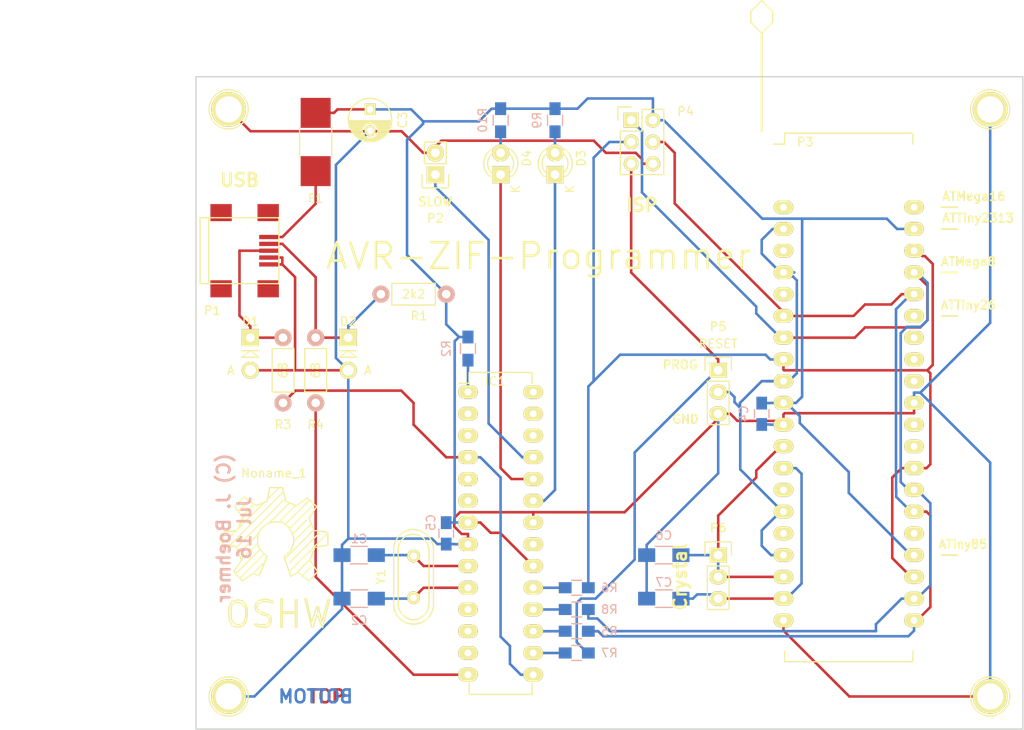
<source format=kicad_pcb>
(kicad_pcb (version 20171130) (host pcbnew "(5.1.12)-1")

  (general
    (thickness 1.6)
    (drawings 26)
    (tracks 351)
    (zones 0)
    (modules 35)
    (nets 51)
  )

  (page A4)
  (title_block
    (date 2016-08-04)
  )

  (layers
    (0 F.Cu signal)
    (31 B.Cu signal)
    (32 B.Adhes user)
    (33 F.Adhes user)
    (34 B.Paste user)
    (35 F.Paste user)
    (36 B.SilkS user)
    (37 F.SilkS user)
    (38 B.Mask user)
    (39 F.Mask user)
    (40 Dwgs.User user)
    (41 Cmts.User user)
    (42 Eco1.User user)
    (43 Eco2.User user)
    (44 Edge.Cuts user)
    (45 Margin user)
    (46 B.CrtYd user)
    (47 F.CrtYd user)
    (48 B.Fab user)
    (49 F.Fab user)
  )

  (setup
    (last_trace_width 0.3)
    (trace_clearance 0.25)
    (zone_clearance 0.3)
    (zone_45_only no)
    (trace_min 0.2)
    (via_size 1)
    (via_drill 0.6)
    (via_min_size 0.4)
    (via_min_drill 0.3)
    (uvia_size 0.3)
    (uvia_drill 0.1)
    (uvias_allowed no)
    (uvia_min_size 0.2)
    (uvia_min_drill 0.1)
    (edge_width 0.15)
    (segment_width 0.2)
    (pcb_text_width 0.3)
    (pcb_text_size 1.5 1.5)
    (mod_edge_width 0.15)
    (mod_text_size 1 1)
    (mod_text_width 0.15)
    (pad_size 1.524 1.524)
    (pad_drill 0.762)
    (pad_to_mask_clearance 0.2)
    (aux_axis_origin 0 0)
    (visible_elements 7FFFFFFF)
    (pcbplotparams
      (layerselection 0x00030_ffffffff)
      (usegerberextensions false)
      (usegerberattributes true)
      (usegerberadvancedattributes true)
      (creategerberjobfile true)
      (excludeedgelayer true)
      (linewidth 0.100000)
      (plotframeref false)
      (viasonmask false)
      (mode 1)
      (useauxorigin false)
      (hpglpennumber 1)
      (hpglpenspeed 20)
      (hpglpendiameter 15.000000)
      (psnegative false)
      (psa4output false)
      (plotreference true)
      (plotvalue true)
      (plotinvisibletext false)
      (padsonsilk false)
      (subtractmaskfromsilk false)
      (outputformat 1)
      (mirror false)
      (drillshape 1)
      (scaleselection 1)
      (outputdirectory "export/"))
  )

  (net 0 "")
  (net 1 /XTAL1)
  (net 2 /XTAL2)
  (net 3 /D-)
  (net 4 "Net-(D2-Pad1)")
  (net 5 /D+)
  (net 6 "Net-(D1-Pad1)")
  (net 7 VCC)
  (net 8 "Net-(F1-Pad2)")
  (net 9 "Net-(IC1-Pad17)")
  (net 10 /MOSI)
  (net 11 "Net-(D4-Pad2)")
  (net 12 "Net-(D3-Pad2)")
  (net 13 "Net-(IC1-Pad18)")
  (net 14 /MISO)
  (net 15 "Net-(IC1-Pad16)")
  (net 16 /RST1)
  (net 17 "Net-(IC1-Pad1)")
  (net 18 "Net-(IC1-Pad19)")
  (net 19 /SCK)
  (net 20 GND)
  (net 21 /RST)
  (net 22 /SLOW)
  (net 23 /LED2)
  (net 24 /LED1)
  (net 25 "Net-(IC1-Pad2)")
  (net 26 "Net-(IC1-Pad3)")
  (net 27 "Net-(IC1-Pad5)")
  (net 28 "Net-(IC1-Pad6)")
  (net 29 "Net-(C1-Pad1)")
  (net 30 "Net-(C2-Pad2)")
  (net 31 "Net-(IC1-Pad11)")
  (net 32 "Net-(IC1-Pad12)")
  (net 33 "Net-(IC1-Pad13)")
  (net 34 "Net-(IC1-Pad21)")
  (net 35 "Net-(IC1-Pad26)")
  (net 36 "Net-(IC1-Pad27)")
  (net 37 "Net-(IC1-Pad28)")
  (net 38 "Net-(P3-Pad1)")
  (net 39 "Net-(P3-Pad3)")
  (net 40 "Net-(P3-Pad5)")
  (net 41 "Net-(P3-Pad14)")
  (net 42 "Net-(P3-Pad16)")
  (net 43 "Net-(P3-Pad25)")
  (net 44 "Net-(P3-Pad29)")
  (net 45 "Net-(P3-Pad30)")
  (net 46 "Net-(P3-Pad32)")
  (net 47 "Net-(P3-Pad33)")
  (net 48 "Net-(P3-Pad34)")
  (net 49 "Net-(P3-Pad35)")
  (net 50 "Net-(P3-Pad40)")

  (net_class Default "Dies ist die voreingestellte Netzklasse."
    (clearance 0.25)
    (trace_width 0.3)
    (via_dia 1)
    (via_drill 0.6)
    (uvia_dia 0.3)
    (uvia_drill 0.1)
    (add_net /D+)
    (add_net /D-)
    (add_net /LED1)
    (add_net /LED2)
    (add_net /MISO)
    (add_net /MOSI)
    (add_net /RST)
    (add_net /RST1)
    (add_net /SCK)
    (add_net /SLOW)
    (add_net /XTAL1)
    (add_net /XTAL2)
    (add_net GND)
    (add_net "Net-(C1-Pad1)")
    (add_net "Net-(C2-Pad2)")
    (add_net "Net-(D1-Pad1)")
    (add_net "Net-(D2-Pad1)")
    (add_net "Net-(D3-Pad2)")
    (add_net "Net-(D4-Pad2)")
    (add_net "Net-(F1-Pad2)")
    (add_net "Net-(IC1-Pad1)")
    (add_net "Net-(IC1-Pad11)")
    (add_net "Net-(IC1-Pad12)")
    (add_net "Net-(IC1-Pad13)")
    (add_net "Net-(IC1-Pad16)")
    (add_net "Net-(IC1-Pad17)")
    (add_net "Net-(IC1-Pad18)")
    (add_net "Net-(IC1-Pad19)")
    (add_net "Net-(IC1-Pad2)")
    (add_net "Net-(IC1-Pad21)")
    (add_net "Net-(IC1-Pad26)")
    (add_net "Net-(IC1-Pad27)")
    (add_net "Net-(IC1-Pad28)")
    (add_net "Net-(IC1-Pad3)")
    (add_net "Net-(IC1-Pad5)")
    (add_net "Net-(IC1-Pad6)")
    (add_net "Net-(P3-Pad1)")
    (add_net "Net-(P3-Pad14)")
    (add_net "Net-(P3-Pad16)")
    (add_net "Net-(P3-Pad25)")
    (add_net "Net-(P3-Pad29)")
    (add_net "Net-(P3-Pad3)")
    (add_net "Net-(P3-Pad30)")
    (add_net "Net-(P3-Pad32)")
    (add_net "Net-(P3-Pad33)")
    (add_net "Net-(P3-Pad34)")
    (add_net "Net-(P3-Pad35)")
    (add_net "Net-(P3-Pad40)")
    (add_net "Net-(P3-Pad5)")
    (add_net VCC)
  )

  (module Socket_Strips:Socket_Strip_Straight_1x03 (layer F.Cu) (tedit 56B5E1AD) (tstamp 56B3A808)
    (at 167.64 106.68 270)
    (descr "Through hole socket strip")
    (tags "socket strip")
    (path /5689EAB9)
    (fp_text reference P6 (at -3.175 0) (layer F.SilkS)
      (effects (font (size 1 1) (thickness 0.15)))
    )
    (fp_text value XTAL (at 0 -3.1 270) (layer F.Fab)
      (effects (font (size 1 1) (thickness 0.15)))
    )
    (fp_line (start 1.27 1.27) (end 1.27 -1.27) (layer F.SilkS) (width 0.15))
    (fp_line (start 6.35 1.27) (end 1.27 1.27) (layer F.SilkS) (width 0.15))
    (fp_line (start 6.35 -1.27) (end 6.35 1.27) (layer F.SilkS) (width 0.15))
    (fp_line (start 1.27 -1.27) (end 6.35 -1.27) (layer F.SilkS) (width 0.15))
    (fp_line (start -1.75 1.75) (end 6.85 1.75) (layer F.CrtYd) (width 0.05))
    (fp_line (start -1.75 -1.75) (end 6.85 -1.75) (layer F.CrtYd) (width 0.05))
    (fp_line (start 6.85 -1.75) (end 6.85 1.75) (layer F.CrtYd) (width 0.05))
    (fp_line (start -1.75 -1.75) (end -1.75 1.75) (layer F.CrtYd) (width 0.05))
    (fp_line (start -1.55 1.55) (end 0 1.55) (layer F.SilkS) (width 0.15))
    (fp_line (start -1.55 -1.55) (end -1.55 1.55) (layer F.SilkS) (width 0.15))
    (fp_line (start 0 -1.55) (end -1.55 -1.55) (layer F.SilkS) (width 0.15))
    (pad 1 thru_hole rect (at 0 0 270) (size 1.7272 2.032) (drill 1.016) (layers *.Cu *.Mask F.SilkS)
      (net 1 /XTAL1))
    (pad 2 thru_hole oval (at 2.54 0 270) (size 1.7272 2.032) (drill 1.016) (layers *.Cu *.Mask F.SilkS)
      (net 1 /XTAL1))
    (pad 3 thru_hole oval (at 5.08 0 270) (size 1.7272 2.032) (drill 1.016) (layers *.Cu *.Mask F.SilkS)
      (net 2 /XTAL2))
    (model Socket_Strips.3dshapes/Socket_Strip_Straight_1x03.wrl
      (offset (xyz 2.539999961853027 0 0))
      (scale (xyz 1 1 1))
      (rotate (xyz 0 0 180))
    )
  )

  (module Resistors_SMD:R_1812_HandSoldering (layer F.Cu) (tedit 57A3CF09) (tstamp 56B3A84A)
    (at 120.65 58.42 270)
    (descr "Resistor SMD 1812, hand soldering, Panasonic (see ERJ12)")
    (tags "resistor 1812")
    (path /56B379E4)
    (attr smd)
    (fp_text reference F1 (at 6.604 0) (layer F.SilkS)
      (effects (font (size 1 1) (thickness 0.15)))
    )
    (fp_text value "Poly 500mA" (at 0 3.175 270) (layer F.Fab)
      (effects (font (size 1 1) (thickness 0.15)))
    )
    (fp_line (start -1.7272 -1.8796) (end 1.7272 -1.8796) (layer F.SilkS) (width 0.15))
    (fp_line (start -1.7272 1.8796) (end 1.7272 1.8796) (layer F.SilkS) (width 0.15))
    (fp_line (start -5.4356 2.2352) (end -5.4356 -2.2352) (layer F.CrtYd) (width 0.05))
    (fp_line (start 5.4356 2.2352) (end -5.4356 2.2352) (layer F.CrtYd) (width 0.05))
    (fp_line (start 5.4356 -2.2352) (end 5.4356 2.2352) (layer F.CrtYd) (width 0.05))
    (fp_line (start -5.4356 -2.2352) (end 5.4356 -2.2352) (layer F.CrtYd) (width 0.05))
    (pad 1 smd rect (at -3.4036 0 270) (size 3.5 3.5) (layers F.Cu F.Paste F.Mask)
      (net 7 VCC))
    (pad 2 smd rect (at 3.4036 0 270) (size 3.5 3.5) (layers F.Cu F.Paste F.Mask)
      (net 8 "Net-(F1-Pad2)"))
    (model ${KISYS3DMOD}/Resistors_SMD.3dshapes/R_1218_HandSoldering.wrl
      (at (xyz 0 0 0))
      (scale (xyz 1 1 1))
      (rotate (xyz 0 0 0))
    )
  )

  (module Resistors_SMD:R_0805_HandSoldering (layer B.Cu) (tedit 56B5E19E) (tstamp 56B3A85A)
    (at 151.13 115.57)
    (descr "Resistor SMD 0805, hand soldering")
    (tags "resistor 0805")
    (path /5686A7BB)
    (attr smd)
    (fp_text reference R5 (at 3.81 0) (layer B.SilkS)
      (effects (font (size 1 1) (thickness 0.15)) (justify mirror))
    )
    (fp_text value 220 (at 0 -2.1) (layer B.Fab)
      (effects (font (size 1 1) (thickness 0.15)) (justify mirror))
    )
    (fp_line (start -0.6 0.875) (end 0.6 0.875) (layer B.SilkS) (width 0.15))
    (fp_line (start 0.6 -0.875) (end -0.6 -0.875) (layer B.SilkS) (width 0.15))
    (fp_line (start 2.4 1) (end 2.4 -1) (layer B.CrtYd) (width 0.05))
    (fp_line (start -2.4 1) (end -2.4 -1) (layer B.CrtYd) (width 0.05))
    (fp_line (start -2.4 -1) (end 2.4 -1) (layer B.CrtYd) (width 0.05))
    (fp_line (start -2.4 1) (end 2.4 1) (layer B.CrtYd) (width 0.05))
    (pad 1 smd rect (at -1.35 0) (size 1.5 1.3) (layers B.Cu B.Paste B.Mask)
      (net 9 "Net-(IC1-Pad17)"))
    (pad 2 smd rect (at 1.35 0) (size 1.5 1.3) (layers B.Cu B.Paste B.Mask)
      (net 10 /MOSI))
    (model Resistors_SMD.3dshapes/R_0805_HandSoldering.wrl
      (at (xyz 0 0 0))
      (scale (xyz 1 1 1))
      (rotate (xyz 0 0 0))
    )
  )

  (module Resistors_SMD:R_0805_HandSoldering (layer B.Cu) (tedit 54189DEE) (tstamp 56B3A86A)
    (at 142.24 55.88 270)
    (descr "Resistor SMD 0805, hand soldering")
    (tags "resistor 0805")
    (path /5686A42B)
    (attr smd)
    (fp_text reference R10 (at 0 2.1 270) (layer B.SilkS)
      (effects (font (size 1 1) (thickness 0.15)) (justify mirror))
    )
    (fp_text value 1k (at 0 -2.1 270) (layer B.Fab)
      (effects (font (size 1 1) (thickness 0.15)) (justify mirror))
    )
    (fp_line (start -0.6 0.875) (end 0.6 0.875) (layer B.SilkS) (width 0.15))
    (fp_line (start 0.6 -0.875) (end -0.6 -0.875) (layer B.SilkS) (width 0.15))
    (fp_line (start 2.4 1) (end 2.4 -1) (layer B.CrtYd) (width 0.05))
    (fp_line (start -2.4 1) (end -2.4 -1) (layer B.CrtYd) (width 0.05))
    (fp_line (start -2.4 -1) (end 2.4 -1) (layer B.CrtYd) (width 0.05))
    (fp_line (start -2.4 1) (end 2.4 1) (layer B.CrtYd) (width 0.05))
    (pad 1 smd rect (at -1.35 0 270) (size 1.5 1.3) (layers B.Cu B.Paste B.Mask)
      (net 7 VCC))
    (pad 2 smd rect (at 1.35 0 270) (size 1.5 1.3) (layers B.Cu B.Paste B.Mask)
      (net 11 "Net-(D4-Pad2)"))
    (model Resistors_SMD.3dshapes/R_0805_HandSoldering.wrl
      (at (xyz 0 0 0))
      (scale (xyz 1 1 1))
      (rotate (xyz 0 0 0))
    )
  )

  (module Resistors_SMD:R_0805_HandSoldering (layer B.Cu) (tedit 54189DEE) (tstamp 56B3A87A)
    (at 148.59 55.88 270)
    (descr "Resistor SMD 0805, hand soldering")
    (tags "resistor 0805")
    (path /5686A112)
    (attr smd)
    (fp_text reference R9 (at 0 2.1 270) (layer B.SilkS)
      (effects (font (size 1 1) (thickness 0.15)) (justify mirror))
    )
    (fp_text value 1k (at 0 -2.1 270) (layer B.Fab)
      (effects (font (size 1 1) (thickness 0.15)) (justify mirror))
    )
    (fp_line (start -0.6 0.875) (end 0.6 0.875) (layer B.SilkS) (width 0.15))
    (fp_line (start 0.6 -0.875) (end -0.6 -0.875) (layer B.SilkS) (width 0.15))
    (fp_line (start 2.4 1) (end 2.4 -1) (layer B.CrtYd) (width 0.05))
    (fp_line (start -2.4 1) (end -2.4 -1) (layer B.CrtYd) (width 0.05))
    (fp_line (start -2.4 -1) (end 2.4 -1) (layer B.CrtYd) (width 0.05))
    (fp_line (start -2.4 1) (end 2.4 1) (layer B.CrtYd) (width 0.05))
    (pad 1 smd rect (at -1.35 0 270) (size 1.5 1.3) (layers B.Cu B.Paste B.Mask)
      (net 7 VCC))
    (pad 2 smd rect (at 1.35 0 270) (size 1.5 1.3) (layers B.Cu B.Paste B.Mask)
      (net 12 "Net-(D3-Pad2)"))
    (model Resistors_SMD.3dshapes/R_0805_HandSoldering.wrl
      (at (xyz 0 0 0))
      (scale (xyz 1 1 1))
      (rotate (xyz 0 0 0))
    )
  )

  (module Resistors_SMD:R_0805_HandSoldering (layer B.Cu) (tedit 56B5E19B) (tstamp 56B3A88A)
    (at 151.13 113.03)
    (descr "Resistor SMD 0805, hand soldering")
    (tags "resistor 0805")
    (path /5686A651)
    (attr smd)
    (fp_text reference R8 (at 3.81 0) (layer B.SilkS)
      (effects (font (size 1 1) (thickness 0.15)) (justify mirror))
    )
    (fp_text value 220 (at 0 -2.1) (layer B.Fab)
      (effects (font (size 1 1) (thickness 0.15)) (justify mirror))
    )
    (fp_line (start -0.6 0.875) (end 0.6 0.875) (layer B.SilkS) (width 0.15))
    (fp_line (start 0.6 -0.875) (end -0.6 -0.875) (layer B.SilkS) (width 0.15))
    (fp_line (start 2.4 1) (end 2.4 -1) (layer B.CrtYd) (width 0.05))
    (fp_line (start -2.4 1) (end -2.4 -1) (layer B.CrtYd) (width 0.05))
    (fp_line (start -2.4 -1) (end 2.4 -1) (layer B.CrtYd) (width 0.05))
    (fp_line (start -2.4 1) (end 2.4 1) (layer B.CrtYd) (width 0.05))
    (pad 1 smd rect (at -1.35 0) (size 1.5 1.3) (layers B.Cu B.Paste B.Mask)
      (net 13 "Net-(IC1-Pad18)"))
    (pad 2 smd rect (at 1.35 0) (size 1.5 1.3) (layers B.Cu B.Paste B.Mask)
      (net 14 /MISO))
    (model Resistors_SMD.3dshapes/R_0805_HandSoldering.wrl
      (at (xyz 0 0 0))
      (scale (xyz 1 1 1))
      (rotate (xyz 0 0 0))
    )
  )

  (module Resistors_SMD:R_0805_HandSoldering (layer B.Cu) (tedit 56B5E19F) (tstamp 56B3A89A)
    (at 151.13 118.11)
    (descr "Resistor SMD 0805, hand soldering")
    (tags "resistor 0805")
    (path /56895D4D)
    (attr smd)
    (fp_text reference R7 (at 3.81 0) (layer B.SilkS)
      (effects (font (size 1 1) (thickness 0.15)) (justify mirror))
    )
    (fp_text value 220 (at 0 -2.1) (layer B.Fab)
      (effects (font (size 1 1) (thickness 0.15)) (justify mirror))
    )
    (fp_line (start -0.6 0.875) (end 0.6 0.875) (layer B.SilkS) (width 0.15))
    (fp_line (start 0.6 -0.875) (end -0.6 -0.875) (layer B.SilkS) (width 0.15))
    (fp_line (start 2.4 1) (end 2.4 -1) (layer B.CrtYd) (width 0.05))
    (fp_line (start -2.4 1) (end -2.4 -1) (layer B.CrtYd) (width 0.05))
    (fp_line (start -2.4 -1) (end 2.4 -1) (layer B.CrtYd) (width 0.05))
    (fp_line (start -2.4 1) (end 2.4 1) (layer B.CrtYd) (width 0.05))
    (pad 1 smd rect (at -1.35 0) (size 1.5 1.3) (layers B.Cu B.Paste B.Mask)
      (net 15 "Net-(IC1-Pad16)"))
    (pad 2 smd rect (at 1.35 0) (size 1.5 1.3) (layers B.Cu B.Paste B.Mask)
      (net 16 /RST1))
    (model Resistors_SMD.3dshapes/R_0805_HandSoldering.wrl
      (at (xyz 0 0 0))
      (scale (xyz 1 1 1))
      (rotate (xyz 0 0 0))
    )
  )

  (module Resistors_SMD:R_0805_HandSoldering (layer B.Cu) (tedit 56B5E149) (tstamp 56B3A8AA)
    (at 138.43 82.55 270)
    (descr "Resistor SMD 0805, hand soldering")
    (tags "resistor 0805")
    (path /56869CF4)
    (attr smd)
    (fp_text reference R2 (at 0 2.54 270) (layer B.SilkS)
      (effects (font (size 1 1) (thickness 0.15)) (justify mirror))
    )
    (fp_text value 10k (at 0 -2.1 270) (layer B.Fab)
      (effects (font (size 1 1) (thickness 0.15)) (justify mirror))
    )
    (fp_line (start -0.6 0.875) (end 0.6 0.875) (layer B.SilkS) (width 0.15))
    (fp_line (start 0.6 -0.875) (end -0.6 -0.875) (layer B.SilkS) (width 0.15))
    (fp_line (start 2.4 1) (end 2.4 -1) (layer B.CrtYd) (width 0.05))
    (fp_line (start -2.4 1) (end -2.4 -1) (layer B.CrtYd) (width 0.05))
    (fp_line (start -2.4 -1) (end 2.4 -1) (layer B.CrtYd) (width 0.05))
    (fp_line (start -2.4 1) (end 2.4 1) (layer B.CrtYd) (width 0.05))
    (pad 1 smd rect (at -1.35 0 270) (size 1.5 1.3) (layers B.Cu B.Paste B.Mask)
      (net 7 VCC))
    (pad 2 smd rect (at 1.35 0 270) (size 1.5 1.3) (layers B.Cu B.Paste B.Mask)
      (net 17 "Net-(IC1-Pad1)"))
    (model Resistors_SMD.3dshapes/R_0805_HandSoldering.wrl
      (at (xyz 0 0 0))
      (scale (xyz 1 1 1))
      (rotate (xyz 0 0 0))
    )
  )

  (module Resistors_SMD:R_0805_HandSoldering (layer B.Cu) (tedit 56B5E197) (tstamp 56B3A8BA)
    (at 151.13 110.49)
    (descr "Resistor SMD 0805, hand soldering")
    (tags "resistor 0805")
    (path /5686A5D0)
    (attr smd)
    (fp_text reference R6 (at 3.81 0) (layer B.SilkS)
      (effects (font (size 1 1) (thickness 0.15)) (justify mirror))
    )
    (fp_text value 220 (at 0 -2.1) (layer B.Fab)
      (effects (font (size 1 1) (thickness 0.15)) (justify mirror))
    )
    (fp_line (start -0.6 0.875) (end 0.6 0.875) (layer B.SilkS) (width 0.15))
    (fp_line (start 0.6 -0.875) (end -0.6 -0.875) (layer B.SilkS) (width 0.15))
    (fp_line (start 2.4 1) (end 2.4 -1) (layer B.CrtYd) (width 0.05))
    (fp_line (start -2.4 1) (end -2.4 -1) (layer B.CrtYd) (width 0.05))
    (fp_line (start -2.4 -1) (end 2.4 -1) (layer B.CrtYd) (width 0.05))
    (fp_line (start -2.4 1) (end 2.4 1) (layer B.CrtYd) (width 0.05))
    (pad 1 smd rect (at -1.35 0) (size 1.5 1.3) (layers B.Cu B.Paste B.Mask)
      (net 18 "Net-(IC1-Pad19)"))
    (pad 2 smd rect (at 1.35 0) (size 1.5 1.3) (layers B.Cu B.Paste B.Mask)
      (net 19 /SCK))
    (model Resistors_SMD.3dshapes/R_0805_HandSoldering.wrl
      (at (xyz 0 0 0))
      (scale (xyz 1 1 1))
      (rotate (xyz 0 0 0))
    )
  )

  (module Pin_Headers:Pin_Header_Straight_2x03 (layer F.Cu) (tedit 57A3AD3B) (tstamp 56B3A8CE)
    (at 157.48 55.88)
    (descr "Through hole pin header")
    (tags "pin header")
    (path /568976FA)
    (fp_text reference P4 (at 6.35 -1.016) (layer F.SilkS)
      (effects (font (size 1 1) (thickness 0.15)))
    )
    (fp_text value AVR-ISP (at 0.635 -2.54) (layer F.Fab)
      (effects (font (size 1 1) (thickness 0.15)))
    )
    (fp_line (start 3.81 1.27) (end 3.81 -1.27) (layer F.SilkS) (width 0.15))
    (fp_line (start 3.81 -1.27) (end 1.27 -1.27) (layer F.SilkS) (width 0.15))
    (fp_line (start -1.55 -1.55) (end -1.55 0) (layer F.SilkS) (width 0.15))
    (fp_line (start 3.81 6.35) (end 3.81 1.27) (layer F.SilkS) (width 0.15))
    (fp_line (start -1.27 6.35) (end 3.81 6.35) (layer F.SilkS) (width 0.15))
    (fp_line (start 1.27 1.27) (end -1.27 1.27) (layer F.SilkS) (width 0.15))
    (fp_line (start 1.27 -1.27) (end 1.27 1.27) (layer F.SilkS) (width 0.15))
    (fp_line (start -1.75 6.85) (end 4.3 6.85) (layer F.CrtYd) (width 0.05))
    (fp_line (start -1.75 -1.75) (end 4.3 -1.75) (layer F.CrtYd) (width 0.05))
    (fp_line (start 4.3 -1.75) (end 4.3 6.85) (layer F.CrtYd) (width 0.05))
    (fp_line (start -1.75 -1.75) (end -1.75 6.85) (layer F.CrtYd) (width 0.05))
    (fp_line (start -1.55 -1.55) (end 0 -1.55) (layer F.SilkS) (width 0.15))
    (fp_line (start -1.27 1.27) (end -1.27 6.35) (layer F.SilkS) (width 0.15))
    (pad 1 thru_hole rect (at 0 0) (size 1.7272 1.7272) (drill 1.016) (layers *.Cu *.Mask F.SilkS)
      (net 14 /MISO))
    (pad 2 thru_hole oval (at 2.54 0) (size 1.7272 1.7272) (drill 1.016) (layers *.Cu *.Mask F.SilkS)
      (net 7 VCC))
    (pad 3 thru_hole oval (at 0 2.54) (size 1.7272 1.7272) (drill 1.016) (layers *.Cu *.Mask F.SilkS)
      (net 19 /SCK))
    (pad 4 thru_hole oval (at 2.54 2.54) (size 1.7272 1.7272) (drill 1.016) (layers *.Cu *.Mask F.SilkS)
      (net 10 /MOSI))
    (pad 5 thru_hole oval (at 0 5.08) (size 1.7272 1.7272) (drill 1.016) (layers *.Cu *.Mask F.SilkS)
      (net 16 /RST1))
    (pad 6 thru_hole oval (at 2.54 5.08) (size 1.7272 1.7272) (drill 1.016) (layers *.Cu *.Mask F.SilkS)
      (net 20 GND))
    (model Pin_Headers.3dshapes/Pin_Header_Straight_2x03.wrl
      (offset (xyz 1.269999980926514 -2.539999961853027 0))
      (scale (xyz 1 1 1))
      (rotate (xyz 0 0 90))
    )
  )

  (module Pin_Headers:Pin_Header_Straight_1x03 (layer F.Cu) (tedit 56B5DFE2) (tstamp 56B3A8E7)
    (at 167.64 85.09)
    (descr "Through hole pin header")
    (tags "pin header")
    (path /5689D1BB)
    (fp_text reference P5 (at 0 -5.1) (layer F.SilkS)
      (effects (font (size 1 1) (thickness 0.15)))
    )
    (fp_text value RESET (at 0 -3.1) (layer F.SilkS)
      (effects (font (size 1 1) (thickness 0.15)))
    )
    (fp_line (start -1.55 -1.55) (end 1.55 -1.55) (layer F.SilkS) (width 0.15))
    (fp_line (start -1.55 0) (end -1.55 -1.55) (layer F.SilkS) (width 0.15))
    (fp_line (start 1.27 1.27) (end -1.27 1.27) (layer F.SilkS) (width 0.15))
    (fp_line (start 1.55 -1.55) (end 1.55 0) (layer F.SilkS) (width 0.15))
    (fp_line (start 1.27 6.35) (end 1.27 1.27) (layer F.SilkS) (width 0.15))
    (fp_line (start -1.27 6.35) (end 1.27 6.35) (layer F.SilkS) (width 0.15))
    (fp_line (start -1.27 1.27) (end -1.27 6.35) (layer F.SilkS) (width 0.15))
    (fp_line (start -1.75 6.85) (end 1.75 6.85) (layer F.CrtYd) (width 0.05))
    (fp_line (start -1.75 -1.75) (end 1.75 -1.75) (layer F.CrtYd) (width 0.05))
    (fp_line (start 1.75 -1.75) (end 1.75 6.85) (layer F.CrtYd) (width 0.05))
    (fp_line (start -1.75 -1.75) (end -1.75 6.85) (layer F.CrtYd) (width 0.05))
    (pad 1 thru_hole rect (at 0 0) (size 2.032 1.7272) (drill 1.016) (layers *.Cu *.Mask F.SilkS)
      (net 16 /RST1))
    (pad 2 thru_hole oval (at 0 2.54) (size 2.032 1.7272) (drill 1.016) (layers *.Cu *.Mask F.SilkS)
      (net 21 /RST))
    (pad 3 thru_hole oval (at 0 5.08) (size 2.032 1.7272) (drill 1.016) (layers *.Cu *.Mask F.SilkS)
      (net 20 GND))
    (model Pin_Headers.3dshapes/Pin_Header_Straight_1x03.wrl
      (offset (xyz 0 -2.539999961853027 0))
      (scale (xyz 1 1 1))
      (rotate (xyz 0 0 90))
    )
  )

  (module Pin_Headers:Pin_Header_Straight_1x02 (layer F.Cu) (tedit 56B5E035) (tstamp 56B3A8F9)
    (at 134.62 62.23 180)
    (descr "Through hole pin header")
    (tags "pin header")
    (path /56895848)
    (fp_text reference P2 (at 0 -5.1 180) (layer F.SilkS)
      (effects (font (size 1 1) (thickness 0.15)))
    )
    (fp_text value SLOW_SCK (at 2.54 1.27 270) (layer F.Fab)
      (effects (font (size 1 1) (thickness 0.15)))
    )
    (fp_line (start -1.27 3.81) (end 1.27 3.81) (layer F.SilkS) (width 0.15))
    (fp_line (start -1.27 1.27) (end -1.27 3.81) (layer F.SilkS) (width 0.15))
    (fp_line (start -1.55 -1.55) (end 1.55 -1.55) (layer F.SilkS) (width 0.15))
    (fp_line (start -1.55 0) (end -1.55 -1.55) (layer F.SilkS) (width 0.15))
    (fp_line (start 1.27 1.27) (end -1.27 1.27) (layer F.SilkS) (width 0.15))
    (fp_line (start -1.75 4.3) (end 1.75 4.3) (layer F.CrtYd) (width 0.05))
    (fp_line (start -1.75 -1.75) (end 1.75 -1.75) (layer F.CrtYd) (width 0.05))
    (fp_line (start 1.75 -1.75) (end 1.75 4.3) (layer F.CrtYd) (width 0.05))
    (fp_line (start -1.75 -1.75) (end -1.75 4.3) (layer F.CrtYd) (width 0.05))
    (fp_line (start 1.55 -1.55) (end 1.55 0) (layer F.SilkS) (width 0.15))
    (fp_line (start 1.27 1.27) (end 1.27 3.81) (layer F.SilkS) (width 0.15))
    (pad 1 thru_hole rect (at 0 0 180) (size 2.032 2.032) (drill 1.016) (layers *.Cu *.Mask F.SilkS)
      (net 22 /SLOW))
    (pad 2 thru_hole oval (at 0 2.54 180) (size 2.032 2.032) (drill 1.016) (layers *.Cu *.Mask F.SilkS)
      (net 20 GND))
    (model Pin_Headers.3dshapes/Pin_Header_Straight_1x02.wrl
      (offset (xyz 0 -1.269999980926514 0))
      (scale (xyz 1 1 1))
      (rotate (xyz 0 0 90))
    )
  )

  (module LEDs:LED-3MM (layer F.Cu) (tedit 559B82F6) (tstamp 56B3A909)
    (at 142.24 62.23 90)
    (descr "LED 3mm round vertical")
    (tags "LED  3mm round vertical")
    (path /5686A431)
    (fp_text reference D4 (at 1.91 3.06 90) (layer F.SilkS)
      (effects (font (size 1 1) (thickness 0.15)))
    )
    (fp_text value red (at 1.3 -2.9 90) (layer F.Fab)
      (effects (font (size 1 1) (thickness 0.15)))
    )
    (fp_line (start -0.199 -1.28) (end -0.199 -1.1) (layer F.SilkS) (width 0.15))
    (fp_line (start -0.199 1.314) (end -0.199 1.114) (layer F.SilkS) (width 0.15))
    (fp_line (start -1.2 -2.2) (end -1.2 2.3) (layer F.CrtYd) (width 0.05))
    (fp_line (start 3.8 -2.2) (end -1.2 -2.2) (layer F.CrtYd) (width 0.05))
    (fp_line (start 3.8 2.3) (end 3.8 -2.2) (layer F.CrtYd) (width 0.05))
    (fp_line (start -1.2 2.3) (end 3.8 2.3) (layer F.CrtYd) (width 0.05))
    (fp_text user K (at -1.69 1.74 90) (layer F.SilkS)
      (effects (font (size 1 1) (thickness 0.15)))
    )
    (fp_arc (start 1.301 0.034) (end -0.199 -1.286) (angle 108.5) (layer F.SilkS) (width 0.15))
    (fp_arc (start 1.301 0.034) (end 0.25 -1.1) (angle 85.7) (layer F.SilkS) (width 0.15))
    (fp_arc (start 1.311 0.034) (end 3.051 0.994) (angle 110) (layer F.SilkS) (width 0.15))
    (fp_arc (start 1.301 0.034) (end 2.335 1.094) (angle 87.5) (layer F.SilkS) (width 0.15))
    (pad 1 thru_hole rect (at 0 0 180) (size 2 2) (drill 1.00076) (layers *.Cu *.Mask F.SilkS)
      (net 23 /LED2))
    (pad 2 thru_hole circle (at 2.54 0 90) (size 2 2) (drill 1.00076) (layers *.Cu *.Mask F.SilkS)
      (net 11 "Net-(D4-Pad2)"))
    (model LEDs.3dshapes/LED-3MM.wrl
      (offset (xyz 1.269999980926514 0 0))
      (scale (xyz 1 1 1))
      (rotate (xyz 0 0 90))
    )
  )

  (module LEDs:LED-3MM (layer F.Cu) (tedit 559B82F6) (tstamp 56B3A919)
    (at 148.59 62.23 90)
    (descr "LED 3mm round vertical")
    (tags "LED  3mm round vertical")
    (path /5686A16A)
    (fp_text reference D3 (at 1.91 3.06 90) (layer F.SilkS)
      (effects (font (size 1 1) (thickness 0.15)))
    )
    (fp_text value green (at 1.3 -2.9 90) (layer F.Fab)
      (effects (font (size 1 1) (thickness 0.15)))
    )
    (fp_line (start -0.199 -1.28) (end -0.199 -1.1) (layer F.SilkS) (width 0.15))
    (fp_line (start -0.199 1.314) (end -0.199 1.114) (layer F.SilkS) (width 0.15))
    (fp_line (start -1.2 -2.2) (end -1.2 2.3) (layer F.CrtYd) (width 0.05))
    (fp_line (start 3.8 -2.2) (end -1.2 -2.2) (layer F.CrtYd) (width 0.05))
    (fp_line (start 3.8 2.3) (end 3.8 -2.2) (layer F.CrtYd) (width 0.05))
    (fp_line (start -1.2 2.3) (end 3.8 2.3) (layer F.CrtYd) (width 0.05))
    (fp_text user K (at -1.69 1.74 90) (layer F.SilkS)
      (effects (font (size 1 1) (thickness 0.15)))
    )
    (fp_arc (start 1.301 0.034) (end -0.199 -1.286) (angle 108.5) (layer F.SilkS) (width 0.15))
    (fp_arc (start 1.301 0.034) (end 0.25 -1.1) (angle 85.7) (layer F.SilkS) (width 0.15))
    (fp_arc (start 1.311 0.034) (end 3.051 0.994) (angle 110) (layer F.SilkS) (width 0.15))
    (fp_arc (start 1.301 0.034) (end 2.335 1.094) (angle 87.5) (layer F.SilkS) (width 0.15))
    (pad 1 thru_hole rect (at 0 0 180) (size 2 2) (drill 1.00076) (layers *.Cu *.Mask F.SilkS)
      (net 24 /LED1))
    (pad 2 thru_hole circle (at 2.54 0 90) (size 2 2) (drill 1.00076) (layers *.Cu *.Mask F.SilkS)
      (net 12 "Net-(D3-Pad2)"))
    (model LEDs.3dshapes/LED-3MM.wrl
      (offset (xyz 1.269999980926514 0 0))
      (scale (xyz 1 1 1))
      (rotate (xyz 0 0 90))
    )
  )

  (module Housings_DIP:DIP-28_W7.62mm_LongPads (layer F.Cu) (tedit 56B5E14D) (tstamp 56B3A943)
    (at 138.43 87.63)
    (descr "28-lead dip package, row spacing 7.62 mm (300 mils), longer pads")
    (tags "dil dip 2.54 300")
    (path /56869866)
    (fp_text reference IC1 (at 3.175 -1.27) (layer F.SilkS)
      (effects (font (size 1 1) (thickness 0.15)))
    )
    (fp_text value ATMEGA8-P (at 0 -3.72) (layer F.Fab)
      (effects (font (size 1 1) (thickness 0.15)))
    )
    (fp_line (start 0.135 -1.025) (end -1.15 -1.025) (layer F.SilkS) (width 0.15))
    (fp_line (start 0.135 35.315) (end 7.485 35.315) (layer F.SilkS) (width 0.15))
    (fp_line (start 0.135 -2.295) (end 7.485 -2.295) (layer F.SilkS) (width 0.15))
    (fp_line (start 0.135 35.315) (end 0.135 34.045) (layer F.SilkS) (width 0.15))
    (fp_line (start 7.485 35.315) (end 7.485 34.045) (layer F.SilkS) (width 0.15))
    (fp_line (start 7.485 -2.295) (end 7.485 -1.025) (layer F.SilkS) (width 0.15))
    (fp_line (start 0.135 -2.295) (end 0.135 -1.025) (layer F.SilkS) (width 0.15))
    (fp_line (start -1.4 35.5) (end 9 35.5) (layer F.CrtYd) (width 0.05))
    (fp_line (start -1.4 -2.45) (end 9 -2.45) (layer F.CrtYd) (width 0.05))
    (fp_line (start 9 -2.45) (end 9 35.5) (layer F.CrtYd) (width 0.05))
    (fp_line (start -1.4 -2.45) (end -1.4 35.5) (layer F.CrtYd) (width 0.05))
    (pad 1 thru_hole oval (at 0 0) (size 2.3 1.6) (drill 0.8) (layers *.Cu *.Mask F.SilkS)
      (net 17 "Net-(IC1-Pad1)"))
    (pad 2 thru_hole oval (at 0 2.54) (size 2.3 1.6) (drill 0.8) (layers *.Cu *.Mask F.SilkS)
      (net 25 "Net-(IC1-Pad2)"))
    (pad 3 thru_hole oval (at 0 5.08) (size 2.3 1.6) (drill 0.8) (layers *.Cu *.Mask F.SilkS)
      (net 26 "Net-(IC1-Pad3)"))
    (pad 4 thru_hole oval (at 0 7.62) (size 2.3 1.6) (drill 0.8) (layers *.Cu *.Mask F.SilkS)
      (net 5 /D+))
    (pad 5 thru_hole oval (at 0 10.16) (size 2.3 1.6) (drill 0.8) (layers *.Cu *.Mask F.SilkS)
      (net 27 "Net-(IC1-Pad5)"))
    (pad 6 thru_hole oval (at 0 12.7) (size 2.3 1.6) (drill 0.8) (layers *.Cu *.Mask F.SilkS)
      (net 28 "Net-(IC1-Pad6)"))
    (pad 7 thru_hole oval (at 0 15.24) (size 2.3 1.6) (drill 0.8) (layers *.Cu *.Mask F.SilkS)
      (net 7 VCC))
    (pad 8 thru_hole oval (at 0 17.78) (size 2.3 1.6) (drill 0.8) (layers *.Cu *.Mask F.SilkS)
      (net 20 GND))
    (pad 9 thru_hole oval (at 0 20.32) (size 2.3 1.6) (drill 0.8) (layers *.Cu *.Mask F.SilkS)
      (net 29 "Net-(C1-Pad1)"))
    (pad 10 thru_hole oval (at 0 22.86) (size 2.3 1.6) (drill 0.8) (layers *.Cu *.Mask F.SilkS)
      (net 30 "Net-(C2-Pad2)"))
    (pad 11 thru_hole oval (at 0 25.4) (size 2.3 1.6) (drill 0.8) (layers *.Cu *.Mask F.SilkS)
      (net 31 "Net-(IC1-Pad11)"))
    (pad 12 thru_hole oval (at 0 27.94) (size 2.3 1.6) (drill 0.8) (layers *.Cu *.Mask F.SilkS)
      (net 32 "Net-(IC1-Pad12)"))
    (pad 13 thru_hole oval (at 0 30.48) (size 2.3 1.6) (drill 0.8) (layers *.Cu *.Mask F.SilkS)
      (net 33 "Net-(IC1-Pad13)"))
    (pad 14 thru_hole oval (at 0 33.02) (size 2.3 1.6) (drill 0.8) (layers *.Cu *.Mask F.SilkS)
      (net 3 /D-))
    (pad 15 thru_hole oval (at 7.62 33.02) (size 2.3 1.6) (drill 0.8) (layers *.Cu *.Mask F.SilkS)
      (net 5 /D+))
    (pad 16 thru_hole oval (at 7.62 30.48) (size 2.3 1.6) (drill 0.8) (layers *.Cu *.Mask F.SilkS)
      (net 15 "Net-(IC1-Pad16)"))
    (pad 17 thru_hole oval (at 7.62 27.94) (size 2.3 1.6) (drill 0.8) (layers *.Cu *.Mask F.SilkS)
      (net 9 "Net-(IC1-Pad17)"))
    (pad 18 thru_hole oval (at 7.62 25.4) (size 2.3 1.6) (drill 0.8) (layers *.Cu *.Mask F.SilkS)
      (net 13 "Net-(IC1-Pad18)"))
    (pad 19 thru_hole oval (at 7.62 22.86) (size 2.3 1.6) (drill 0.8) (layers *.Cu *.Mask F.SilkS)
      (net 18 "Net-(IC1-Pad19)"))
    (pad 20 thru_hole oval (at 7.62 20.32) (size 2.3 1.6) (drill 0.8) (layers *.Cu *.Mask F.SilkS)
      (net 7 VCC))
    (pad 21 thru_hole oval (at 7.62 17.78) (size 2.3 1.6) (drill 0.8) (layers *.Cu *.Mask F.SilkS)
      (net 34 "Net-(IC1-Pad21)"))
    (pad 22 thru_hole oval (at 7.62 15.24) (size 2.3 1.6) (drill 0.8) (layers *.Cu *.Mask F.SilkS)
      (net 20 GND))
    (pad 23 thru_hole oval (at 7.62 12.7) (size 2.3 1.6) (drill 0.8) (layers *.Cu *.Mask F.SilkS)
      (net 24 /LED1))
    (pad 24 thru_hole oval (at 7.62 10.16) (size 2.3 1.6) (drill 0.8) (layers *.Cu *.Mask F.SilkS)
      (net 23 /LED2))
    (pad 25 thru_hole oval (at 7.62 7.62) (size 2.3 1.6) (drill 0.8) (layers *.Cu *.Mask F.SilkS)
      (net 22 /SLOW))
    (pad 26 thru_hole oval (at 7.62 5.08) (size 2.3 1.6) (drill 0.8) (layers *.Cu *.Mask F.SilkS)
      (net 35 "Net-(IC1-Pad26)"))
    (pad 27 thru_hole oval (at 7.62 2.54) (size 2.3 1.6) (drill 0.8) (layers *.Cu *.Mask F.SilkS)
      (net 36 "Net-(IC1-Pad27)"))
    (pad 28 thru_hole oval (at 7.62 0) (size 2.3 1.6) (drill 0.8) (layers *.Cu *.Mask F.SilkS)
      (net 37 "Net-(IC1-Pad28)"))
    (model Housings_DIP.3dshapes/DIP-28_W7.62mm_LongPads.wrl
      (at (xyz 0 0 0))
      (scale (xyz 1 1 1))
      (rotate (xyz 0 0 0))
    )
  )

  (module Crystals:Crystal_HC49-U_Vertical (layer F.Cu) (tedit 0) (tstamp 56B3A9A7)
    (at 132.08 109.22 90)
    (descr "Crystal, Quarz, HC49/U, vertical, stehend,")
    (tags "Crystal, Quarz, HC49/U, vertical, stehend,")
    (path /56869A5A)
    (fp_text reference Y1 (at 0 -3.81 90) (layer F.SilkS)
      (effects (font (size 1 1) (thickness 0.15)))
    )
    (fp_text value 12MHz (at 0 3.81 90) (layer F.Fab)
      (effects (font (size 1 1) (thickness 0.15)))
    )
    (fp_line (start -3.2004 -2.32918) (end 3.2512 -2.32918) (layer F.SilkS) (width 0.15))
    (fp_line (start 3.6703 2.29108) (end 4.16052 2.1209) (layer F.SilkS) (width 0.15))
    (fp_line (start 3.2512 2.32918) (end 3.6703 2.29108) (layer F.SilkS) (width 0.15))
    (fp_line (start -3.2004 2.32918) (end 3.2512 2.32918) (layer F.SilkS) (width 0.15))
    (fp_line (start 3.73126 -2.2606) (end 3.2893 -2.32918) (layer F.SilkS) (width 0.15))
    (fp_line (start 4.16052 -2.1209) (end 3.73126 -2.2606) (layer F.SilkS) (width 0.15))
    (fp_line (start 4.54914 -1.88976) (end 4.16052 -2.1209) (layer F.SilkS) (width 0.15))
    (fp_line (start 4.89966 -1.56972) (end 4.54914 -1.88976) (layer F.SilkS) (width 0.15))
    (fp_line (start 5.26034 -1.09982) (end 4.89966 -1.56972) (layer F.SilkS) (width 0.15))
    (fp_line (start 5.45084 -0.65024) (end 5.26034 -1.09982) (layer F.SilkS) (width 0.15))
    (fp_line (start 5.53974 -0.1905) (end 5.45084 -0.65024) (layer F.SilkS) (width 0.15))
    (fp_line (start 5.51942 0.26924) (end 5.53974 -0.1905) (layer F.SilkS) (width 0.15))
    (fp_line (start 5.4102 0.73914) (end 5.51942 0.26924) (layer F.SilkS) (width 0.15))
    (fp_line (start 5.11048 1.29032) (end 5.4102 0.73914) (layer F.SilkS) (width 0.15))
    (fp_line (start 4.85902 1.62052) (end 5.11048 1.29032) (layer F.SilkS) (width 0.15))
    (fp_line (start 4.53898 1.89992) (end 4.85902 1.62052) (layer F.SilkS) (width 0.15))
    (fp_line (start 4.16052 2.1209) (end 4.53898 1.89992) (layer F.SilkS) (width 0.15))
    (fp_line (start -3.6195 2.30886) (end -3.18008 2.33934) (layer F.SilkS) (width 0.15))
    (fp_line (start -4.06908 2.14884) (end -3.6195 2.30886) (layer F.SilkS) (width 0.15))
    (fp_line (start -4.49072 1.94056) (end -4.06908 2.14884) (layer F.SilkS) (width 0.15))
    (fp_line (start -4.95046 1.56972) (end -4.49072 1.94056) (layer F.SilkS) (width 0.15))
    (fp_line (start -5.34924 0.98044) (end -4.95046 1.56972) (layer F.SilkS) (width 0.15))
    (fp_line (start -5.51942 0.2794) (end -5.34924 0.98044) (layer F.SilkS) (width 0.15))
    (fp_line (start -5.51942 -0.23114) (end -5.51942 0.2794) (layer F.SilkS) (width 0.15))
    (fp_line (start -5.38988 -0.83058) (end -5.51942 -0.23114) (layer F.SilkS) (width 0.15))
    (fp_line (start -5.10032 -1.36906) (end -5.38988 -0.83058) (layer F.SilkS) (width 0.15))
    (fp_line (start -4.77012 -1.71958) (end -5.10032 -1.36906) (layer F.SilkS) (width 0.15))
    (fp_line (start -4.48056 -1.95072) (end -4.77012 -1.71958) (layer F.SilkS) (width 0.15))
    (fp_line (start -4.04876 -2.16916) (end -4.48056 -1.95072) (layer F.SilkS) (width 0.15))
    (fp_line (start -3.64998 -2.28092) (end -4.04876 -2.16916) (layer F.SilkS) (width 0.15))
    (fp_line (start -3.19024 -2.32918) (end -3.64998 -2.28092) (layer F.SilkS) (width 0.15))
    (fp_line (start 4.30022 -1.39954) (end 4.8006 -0.89916) (layer F.SilkS) (width 0.15))
    (fp_line (start 3.79984 -1.69926) (end 4.30022 -1.39954) (layer F.SilkS) (width 0.15))
    (fp_line (start 3.40106 -1.80086) (end 3.79984 -1.69926) (layer F.SilkS) (width 0.15))
    (fp_line (start -3.2004 -1.80086) (end 3.40106 -1.80086) (layer F.SilkS) (width 0.15))
    (fp_line (start -3.79984 -1.69926) (end -3.29946 -1.80086) (layer F.SilkS) (width 0.15))
    (fp_line (start -4.30022 -1.39954) (end -3.79984 -1.69926) (layer F.SilkS) (width 0.15))
    (fp_line (start -4.8006 -0.8001) (end -4.30022 -1.39954) (layer F.SilkS) (width 0.15))
    (fp_line (start -5.00126 -0.29972) (end -4.8006 -0.8001) (layer F.SilkS) (width 0.15))
    (fp_line (start -5.00126 0.20066) (end -5.00126 -0.29972) (layer F.SilkS) (width 0.15))
    (fp_line (start -4.8006 0.8001) (end -5.00126 0.20066) (layer F.SilkS) (width 0.15))
    (fp_line (start -4.39928 1.30048) (end -4.8006 0.8001) (layer F.SilkS) (width 0.15))
    (fp_line (start -4.0005 1.6002) (end -4.39928 1.30048) (layer F.SilkS) (width 0.15))
    (fp_line (start -3.29946 1.80086) (end -4.0005 1.6002) (layer F.SilkS) (width 0.15))
    (fp_line (start 3.29946 1.80086) (end -3.29946 1.80086) (layer F.SilkS) (width 0.15))
    (fp_line (start 3.8989 1.6002) (end 3.29946 1.80086) (layer F.SilkS) (width 0.15))
    (fp_line (start 4.50088 1.19888) (end 3.8989 1.6002) (layer F.SilkS) (width 0.15))
    (fp_line (start 4.89966 0.50038) (end 4.50088 1.19888) (layer F.SilkS) (width 0.15))
    (fp_line (start 5.00126 0) (end 4.89966 0.50038) (layer F.SilkS) (width 0.15))
    (fp_line (start 4.89966 -0.59944) (end 5.00126 0) (layer F.SilkS) (width 0.15))
    (fp_line (start 4.699 -1.00076) (end 4.89966 -0.59944) (layer F.SilkS) (width 0.15))
    (pad 1 thru_hole circle (at -2.44094 0 90) (size 1.50114 1.50114) (drill 0.8001) (layers *.Cu *.Mask F.SilkS)
      (net 30 "Net-(C2-Pad2)"))
    (pad 2 thru_hole circle (at 2.44094 0 90) (size 1.50114 1.50114) (drill 0.8001) (layers *.Cu *.Mask F.SilkS)
      (net 29 "Net-(C1-Pad1)"))
    (model ${KISYS3DMOD}/Crystals.3dshapes/HC-49V.wrl
      (at (xyz 0 0 0))
      (scale (xyz 1 1 1))
      (rotate (xyz 0 0 0))
    )
  )

  (module Connect:USB_Mini-B (layer F.Cu) (tedit 56B5E132) (tstamp 56B3A9C0)
    (at 111.76 71.12)
    (descr "USB Mini-B 5-pin SMD connector")
    (tags "USB USB_B USB_Mini connector")
    (path /5689843D)
    (attr smd)
    (fp_text reference P1 (at -3.175 6.985) (layer F.SilkS)
      (effects (font (size 1 1) (thickness 0.15)))
    )
    (fp_text value USB_B (at 0 -7.0993) (layer F.Fab)
      (effects (font (size 1 1) (thickness 0.15)))
    )
    (fp_line (start 4.59994 -3.85064) (end -4.59994 -3.85064) (layer F.SilkS) (width 0.15))
    (fp_line (start 4.59994 3.85064) (end 4.59994 -3.85064) (layer F.SilkS) (width 0.15))
    (fp_line (start -4.59994 3.85064) (end 4.59994 3.85064) (layer F.SilkS) (width 0.15))
    (fp_line (start -4.59994 -3.85064) (end -4.59994 3.85064) (layer F.SilkS) (width 0.15))
    (fp_line (start -3.59918 -3.85064) (end -3.59918 3.85064) (layer F.SilkS) (width 0.15))
    (fp_line (start -4.85 5.7) (end -4.85 -5.7) (layer F.CrtYd) (width 0.05))
    (fp_line (start 4.85 5.7) (end -4.85 5.7) (layer F.CrtYd) (width 0.05))
    (fp_line (start 4.85 -5.7) (end 4.85 5.7) (layer F.CrtYd) (width 0.05))
    (fp_line (start -4.85 -5.7) (end 4.85 -5.7) (layer F.CrtYd) (width 0.05))
    (pad 1 smd rect (at 3.44932 -1.6002) (size 2.30124 0.50038) (layers F.Cu F.Paste F.Mask)
      (net 8 "Net-(F1-Pad2)"))
    (pad 2 smd rect (at 3.44932 -0.8001) (size 2.30124 0.50038) (layers F.Cu F.Paste F.Mask)
      (net 4 "Net-(D2-Pad1)"))
    (pad 3 smd rect (at 3.44932 0) (size 2.30124 0.50038) (layers F.Cu F.Paste F.Mask)
      (net 6 "Net-(D1-Pad1)"))
    (pad 4 smd rect (at 3.44932 0.8001) (size 2.30124 0.50038) (layers F.Cu F.Paste F.Mask)
      (net 20 GND))
    (pad 5 smd rect (at 3.44932 1.6002) (size 2.30124 0.50038) (layers F.Cu F.Paste F.Mask)
      (net 20 GND))
    (pad 6 smd rect (at 3.35026 -4.45008) (size 2.49936 1.99898) (layers F.Cu F.Paste F.Mask))
    (pad 6 smd rect (at -2.14884 -4.45008) (size 2.49936 1.99898) (layers F.Cu F.Paste F.Mask))
    (pad 6 smd rect (at 3.35026 4.45008) (size 2.49936 1.99898) (layers F.Cu F.Paste F.Mask))
    (pad 6 smd rect (at -2.14884 4.45008) (size 2.49936 1.99898) (layers F.Cu F.Paste F.Mask))
    (pad "" np_thru_hole circle (at 0.8509 -2.19964) (size 0.89916 0.89916) (drill 0.89916) (layers *.Cu *.Mask F.SilkS))
    (pad "" np_thru_hole circle (at 0.8509 2.19964) (size 0.89916 0.89916) (drill 0.89916) (layers *.Cu *.Mask F.SilkS))
    (model C:/Users/janhb/Documents/kicad/extra/walter/conn_pc/usb_B_mini_smd.wrl
      (at (xyz 0 0 0))
      (scale (xyz 1 1 1))
      (rotate (xyz 0 0 90))
    )
  )

  (module Capacitors_ThroughHole:C_Radial_D5_L6_P2.5 (layer F.Cu) (tedit 0) (tstamp 56B3A9E2)
    (at 127 54.61 270)
    (descr "Radial Electrolytic Capacitor Diameter 5mm x Length 6mm, Pitch 2.5mm")
    (tags "Electrolytic Capacitor")
    (path /5689DD9B)
    (fp_text reference C3 (at 1.25 -3.8 270) (layer F.SilkS)
      (effects (font (size 1 1) (thickness 0.15)))
    )
    (fp_text value 10u (at 1.25 3.8 270) (layer F.Fab)
      (effects (font (size 1 1) (thickness 0.15)))
    )
    (fp_circle (center 1.25 0) (end 1.25 -2.8) (layer F.CrtYd) (width 0.05))
    (fp_circle (center 1.25 0) (end 1.25 -2.5375) (layer F.SilkS) (width 0.15))
    (fp_circle (center 2.5 0) (end 2.5 -0.9) (layer F.SilkS) (width 0.15))
    (fp_line (start 3.705 -0.472) (end 3.705 0.472) (layer F.SilkS) (width 0.15))
    (fp_line (start 3.565 -0.944) (end 3.565 0.944) (layer F.SilkS) (width 0.15))
    (fp_line (start 3.425 -1.233) (end 3.425 1.233) (layer F.SilkS) (width 0.15))
    (fp_line (start 3.285 0.44) (end 3.285 1.452) (layer F.SilkS) (width 0.15))
    (fp_line (start 3.285 -1.452) (end 3.285 -0.44) (layer F.SilkS) (width 0.15))
    (fp_line (start 3.145 0.628) (end 3.145 1.631) (layer F.SilkS) (width 0.15))
    (fp_line (start 3.145 -1.631) (end 3.145 -0.628) (layer F.SilkS) (width 0.15))
    (fp_line (start 3.005 0.745) (end 3.005 1.78) (layer F.SilkS) (width 0.15))
    (fp_line (start 3.005 -1.78) (end 3.005 -0.745) (layer F.SilkS) (width 0.15))
    (fp_line (start 2.865 0.823) (end 2.865 1.908) (layer F.SilkS) (width 0.15))
    (fp_line (start 2.865 -1.908) (end 2.865 -0.823) (layer F.SilkS) (width 0.15))
    (fp_line (start 2.725 0.871) (end 2.725 2.019) (layer F.SilkS) (width 0.15))
    (fp_line (start 2.725 -2.019) (end 2.725 -0.871) (layer F.SilkS) (width 0.15))
    (fp_line (start 2.585 0.896) (end 2.585 2.114) (layer F.SilkS) (width 0.15))
    (fp_line (start 2.585 -2.114) (end 2.585 -0.896) (layer F.SilkS) (width 0.15))
    (fp_line (start 2.445 0.898) (end 2.445 2.196) (layer F.SilkS) (width 0.15))
    (fp_line (start 2.445 -2.196) (end 2.445 -0.898) (layer F.SilkS) (width 0.15))
    (fp_line (start 2.305 0.879) (end 2.305 2.266) (layer F.SilkS) (width 0.15))
    (fp_line (start 2.305 -2.266) (end 2.305 -0.879) (layer F.SilkS) (width 0.15))
    (fp_line (start 2.165 0.835) (end 2.165 2.327) (layer F.SilkS) (width 0.15))
    (fp_line (start 2.165 -2.327) (end 2.165 -0.835) (layer F.SilkS) (width 0.15))
    (fp_line (start 2.025 0.764) (end 2.025 2.377) (layer F.SilkS) (width 0.15))
    (fp_line (start 2.025 -2.377) (end 2.025 -0.764) (layer F.SilkS) (width 0.15))
    (fp_line (start 1.885 0.657) (end 1.885 2.418) (layer F.SilkS) (width 0.15))
    (fp_line (start 1.885 -2.418) (end 1.885 -0.657) (layer F.SilkS) (width 0.15))
    (fp_line (start 1.745 0.49) (end 1.745 2.451) (layer F.SilkS) (width 0.15))
    (fp_line (start 1.745 -2.451) (end 1.745 -0.49) (layer F.SilkS) (width 0.15))
    (fp_line (start 1.605 0.095) (end 1.605 2.475) (layer F.SilkS) (width 0.15))
    (fp_line (start 1.605 -2.475) (end 1.605 -0.095) (layer F.SilkS) (width 0.15))
    (fp_line (start 1.465 -2.491) (end 1.465 2.491) (layer F.SilkS) (width 0.15))
    (fp_line (start 1.325 -2.499) (end 1.325 2.499) (layer F.SilkS) (width 0.15))
    (pad 1 thru_hole rect (at 0 0 270) (size 1.3 1.3) (drill 0.8) (layers *.Cu *.Mask F.SilkS)
      (net 7 VCC))
    (pad 2 thru_hole circle (at 2.5 0 270) (size 1.3 1.3) (drill 0.8) (layers *.Cu *.Mask F.SilkS)
      (net 20 GND))
    (model Capacitors_ThroughHole.3dshapes/C_Radial_D5_L6_P2.5.wrl
      (offset (xyz 1.250000021226883 0 0))
      (scale (xyz 1 1 1))
      (rotate (xyz 0 0 90))
    )
  )

  (module Capacitors_SMD:C_1206_HandSoldering (layer B.Cu) (tedit 56B5E18D) (tstamp 56B3A9F2)
    (at 125.73 111.76)
    (descr "Capacitor SMD 1206, hand soldering")
    (tags "capacitor 1206")
    (path /56869B3C)
    (attr smd)
    (fp_text reference C2 (at 0 2.54) (layer B.SilkS)
      (effects (font (size 1 1) (thickness 0.15)) (justify mirror))
    )
    (fp_text value 15p (at 0 -2.3) (layer B.Fab)
      (effects (font (size 1 1) (thickness 0.15)) (justify mirror))
    )
    (fp_line (start -1 -1.025) (end 1 -1.025) (layer B.SilkS) (width 0.15))
    (fp_line (start 1 1.025) (end -1 1.025) (layer B.SilkS) (width 0.15))
    (fp_line (start 3.3 1.15) (end 3.3 -1.15) (layer B.CrtYd) (width 0.05))
    (fp_line (start -3.3 1.15) (end -3.3 -1.15) (layer B.CrtYd) (width 0.05))
    (fp_line (start -3.3 -1.15) (end 3.3 -1.15) (layer B.CrtYd) (width 0.05))
    (fp_line (start -3.3 1.15) (end 3.3 1.15) (layer B.CrtYd) (width 0.05))
    (pad 1 smd rect (at -2 0) (size 2 1.6) (layers B.Cu B.Paste B.Mask)
      (net 20 GND))
    (pad 2 smd rect (at 2 0) (size 2 1.6) (layers B.Cu B.Paste B.Mask)
      (net 30 "Net-(C2-Pad2)"))
    (model Capacitors_SMD.3dshapes/C_1206_HandSoldering.wrl
      (at (xyz 0 0 0))
      (scale (xyz 1 1 1))
      (rotate (xyz 0 0 0))
    )
  )

  (module Capacitors_SMD:C_1206_HandSoldering (layer B.Cu) (tedit 56B5E1A5) (tstamp 56B3AA02)
    (at 161.29 111.76 180)
    (descr "Capacitor SMD 1206, hand soldering")
    (tags "capacitor 1206")
    (path /5689EF6B)
    (attr smd)
    (fp_text reference C7 (at 0 1.905 180) (layer B.SilkS)
      (effects (font (size 1 1) (thickness 0.15)) (justify mirror))
    )
    (fp_text value 15p (at 0 -2.3 180) (layer B.Fab)
      (effects (font (size 1 1) (thickness 0.15)) (justify mirror))
    )
    (fp_line (start -1 -1.025) (end 1 -1.025) (layer B.SilkS) (width 0.15))
    (fp_line (start 1 1.025) (end -1 1.025) (layer B.SilkS) (width 0.15))
    (fp_line (start 3.3 1.15) (end 3.3 -1.15) (layer B.CrtYd) (width 0.05))
    (fp_line (start -3.3 1.15) (end -3.3 -1.15) (layer B.CrtYd) (width 0.05))
    (fp_line (start -3.3 -1.15) (end 3.3 -1.15) (layer B.CrtYd) (width 0.05))
    (fp_line (start -3.3 1.15) (end 3.3 1.15) (layer B.CrtYd) (width 0.05))
    (pad 1 smd rect (at -2 0 180) (size 2 1.6) (layers B.Cu B.Paste B.Mask)
      (net 2 /XTAL2))
    (pad 2 smd rect (at 2 0 180) (size 2 1.6) (layers B.Cu B.Paste B.Mask)
      (net 20 GND))
    (model Capacitors_SMD.3dshapes/C_1206_HandSoldering.wrl
      (at (xyz 0 0 0))
      (scale (xyz 1 1 1))
      (rotate (xyz 0 0 0))
    )
  )

  (module Capacitors_SMD:C_1206_HandSoldering (layer B.Cu) (tedit 541A9C03) (tstamp 56B3AA12)
    (at 161.29 106.68 180)
    (descr "Capacitor SMD 1206, hand soldering")
    (tags "capacitor 1206")
    (path /5689EEE4)
    (attr smd)
    (fp_text reference C6 (at 0 2.3 180) (layer B.SilkS)
      (effects (font (size 1 1) (thickness 0.15)) (justify mirror))
    )
    (fp_text value 15p (at 0 -2.3 180) (layer B.Fab)
      (effects (font (size 1 1) (thickness 0.15)) (justify mirror))
    )
    (fp_line (start -1 -1.025) (end 1 -1.025) (layer B.SilkS) (width 0.15))
    (fp_line (start 1 1.025) (end -1 1.025) (layer B.SilkS) (width 0.15))
    (fp_line (start 3.3 1.15) (end 3.3 -1.15) (layer B.CrtYd) (width 0.05))
    (fp_line (start -3.3 1.15) (end -3.3 -1.15) (layer B.CrtYd) (width 0.05))
    (fp_line (start -3.3 -1.15) (end 3.3 -1.15) (layer B.CrtYd) (width 0.05))
    (fp_line (start -3.3 1.15) (end 3.3 1.15) (layer B.CrtYd) (width 0.05))
    (pad 1 smd rect (at -2 0 180) (size 2 1.6) (layers B.Cu B.Paste B.Mask)
      (net 1 /XTAL1))
    (pad 2 smd rect (at 2 0 180) (size 2 1.6) (layers B.Cu B.Paste B.Mask)
      (net 20 GND))
    (model Capacitors_SMD.3dshapes/C_1206_HandSoldering.wrl
      (at (xyz 0 0 0))
      (scale (xyz 1 1 1))
      (rotate (xyz 0 0 0))
    )
  )

  (module Capacitors_SMD:C_1206_HandSoldering (layer B.Cu) (tedit 56B5E190) (tstamp 56B3AA22)
    (at 125.73 106.68 180)
    (descr "Capacitor SMD 1206, hand soldering")
    (tags "capacitor 1206")
    (path /56869B07)
    (attr smd)
    (fp_text reference C1 (at 0 1.905 180) (layer B.SilkS)
      (effects (font (size 1 1) (thickness 0.15)) (justify mirror))
    )
    (fp_text value 15p (at 0 -2.3 180) (layer B.Fab)
      (effects (font (size 1 1) (thickness 0.15)) (justify mirror))
    )
    (fp_line (start -1 -1.025) (end 1 -1.025) (layer B.SilkS) (width 0.15))
    (fp_line (start 1 1.025) (end -1 1.025) (layer B.SilkS) (width 0.15))
    (fp_line (start 3.3 1.15) (end 3.3 -1.15) (layer B.CrtYd) (width 0.05))
    (fp_line (start -3.3 1.15) (end -3.3 -1.15) (layer B.CrtYd) (width 0.05))
    (fp_line (start -3.3 -1.15) (end 3.3 -1.15) (layer B.CrtYd) (width 0.05))
    (fp_line (start -3.3 1.15) (end 3.3 1.15) (layer B.CrtYd) (width 0.05))
    (pad 1 smd rect (at -2 0 180) (size 2 1.6) (layers B.Cu B.Paste B.Mask)
      (net 29 "Net-(C1-Pad1)"))
    (pad 2 smd rect (at 2 0 180) (size 2 1.6) (layers B.Cu B.Paste B.Mask)
      (net 20 GND))
    (model Capacitors_SMD.3dshapes/C_1206_HandSoldering.wrl
      (at (xyz 0 0 0))
      (scale (xyz 1 1 1))
      (rotate (xyz 0 0 0))
    )
  )

  (module Capacitors_SMD:C_0805_HandSoldering (layer B.Cu) (tedit 57A3CF31) (tstamp 56B3AA32)
    (at 135.89 104.14 270)
    (descr "Capacitor SMD 0805, hand soldering")
    (tags "capacitor 0805")
    (path /5689DCA1)
    (attr smd)
    (fp_text reference C5 (at -1.27 1.778 270) (layer B.SilkS)
      (effects (font (size 1 1) (thickness 0.15)) (justify mirror))
    )
    (fp_text value 100n (at 0 -2.1 270) (layer B.Fab)
      (effects (font (size 1 1) (thickness 0.15)) (justify mirror))
    )
    (fp_line (start -0.5 -0.85) (end 0.5 -0.85) (layer B.SilkS) (width 0.15))
    (fp_line (start 0.5 0.85) (end -0.5 0.85) (layer B.SilkS) (width 0.15))
    (fp_line (start 2.3 1) (end 2.3 -1) (layer B.CrtYd) (width 0.05))
    (fp_line (start -2.3 1) (end -2.3 -1) (layer B.CrtYd) (width 0.05))
    (fp_line (start -2.3 -1) (end 2.3 -1) (layer B.CrtYd) (width 0.05))
    (fp_line (start -2.3 1) (end 2.3 1) (layer B.CrtYd) (width 0.05))
    (pad 1 smd rect (at -1.25 0 270) (size 1.5 1.25) (layers B.Cu B.Paste B.Mask)
      (net 7 VCC))
    (pad 2 smd rect (at 1.25 0 270) (size 1.5 1.25) (layers B.Cu B.Paste B.Mask)
      (net 20 GND))
    (model Capacitors_SMD.3dshapes/C_0805_HandSoldering.wrl
      (at (xyz 0 0 0))
      (scale (xyz 1 1 1))
      (rotate (xyz 0 0 0))
    )
  )

  (module Capacitors_SMD:C_0805_HandSoldering (layer B.Cu) (tedit 541A9B8D) (tstamp 56B3AA42)
    (at 172.72 90.17 270)
    (descr "Capacitor SMD 0805, hand soldering")
    (tags "capacitor 0805")
    (path /5689DC34)
    (attr smd)
    (fp_text reference C4 (at 0 2.1 270) (layer B.SilkS)
      (effects (font (size 1 1) (thickness 0.15)) (justify mirror))
    )
    (fp_text value 100n (at 0 -2.1 270) (layer B.Fab)
      (effects (font (size 1 1) (thickness 0.15)) (justify mirror))
    )
    (fp_line (start -0.5 -0.85) (end 0.5 -0.85) (layer B.SilkS) (width 0.15))
    (fp_line (start 0.5 0.85) (end -0.5 0.85) (layer B.SilkS) (width 0.15))
    (fp_line (start 2.3 1) (end 2.3 -1) (layer B.CrtYd) (width 0.05))
    (fp_line (start -2.3 1) (end -2.3 -1) (layer B.CrtYd) (width 0.05))
    (fp_line (start -2.3 -1) (end 2.3 -1) (layer B.CrtYd) (width 0.05))
    (fp_line (start -2.3 1) (end 2.3 1) (layer B.CrtYd) (width 0.05))
    (pad 1 smd rect (at -1.25 0 270) (size 1.5 1.25) (layers B.Cu B.Paste B.Mask)
      (net 7 VCC))
    (pad 2 smd rect (at 1.25 0 270) (size 1.5 1.25) (layers B.Cu B.Paste B.Mask)
      (net 20 GND))
    (model Capacitors_SMD.3dshapes/C_0805_HandSoldering.wrl
      (at (xyz 0 0 0))
      (scale (xyz 1 1 1))
      (rotate (xyz 0 0 0))
    )
  )

  (module AVR-ZIF-Prog:ZIF-40_W15.24mm_LongPads (layer F.Cu) (tedit 56B37EBB) (tstamp 56B3AA78)
    (at 175.26 66.04)
    (descr "40-lead dip package, row spacing 1ZIF Socket ,5.24 mm (600 mils), longer pads")
    (tags "dil dip 2.54 600 zif")
    (path /5686720D)
    (fp_text reference P3 (at 2.54 -7.62) (layer F.SilkS)
      (effects (font (size 1 1) (thickness 0.15)))
    )
    (fp_text value ZIF40 (at 10.16 -10.16) (layer F.Fab)
      (effects (font (size 1 1) (thickness 0.15)))
    )
    (fp_line (start 0.135 -7.375) (end -1.15 -7.375) (layer F.SilkS) (width 0.15))
    (fp_line (start 0.135 53.095) (end 15.105 53.095) (layer F.SilkS) (width 0.15))
    (fp_line (start 0.135 -8.645) (end 15.105 -8.645) (layer F.SilkS) (width 0.15))
    (fp_line (start 0.135 53.095) (end 0.135 51.825) (layer F.SilkS) (width 0.15))
    (fp_line (start 15.105 53.095) (end 15.105 51.825) (layer F.SilkS) (width 0.15))
    (fp_line (start 15.105 -8.645) (end 15.105 -7.375) (layer F.SilkS) (width 0.15))
    (fp_line (start 0.135 -8.645) (end 0.135 -7.375) (layer F.SilkS) (width 0.15))
    (fp_line (start -2.543 53.29) (end 17.666 53.29) (layer F.CrtYd) (width 0.05))
    (fp_line (start -2.543 -8.8) (end 17.666 -8.8) (layer F.CrtYd) (width 0.05))
    (fp_line (start 17.666 -8.8) (end 17.666 53.29) (layer F.CrtYd) (width 0.05))
    (fp_line (start -2.543 -8.8) (end -2.543 53.29) (layer F.CrtYd) (width 0.05))
    (fp_line (start -2.54 -8.89) (end -2.54 -20.32) (layer F.SilkS) (width 0.25))
    (fp_line (start -3.81 -21.59) (end -2.54 -20.32) (layer F.SilkS) (width 0.15))
    (fp_line (start -3.81 -22.86) (end -3.81 -21.59) (layer F.SilkS) (width 0.15))
    (fp_line (start -2.54 -24.13) (end -3.81 -22.86) (layer F.SilkS) (width 0.15))
    (fp_line (start -1.27 -22.86) (end -2.54 -24.13) (layer F.SilkS) (width 0.15))
    (fp_line (start -1.27 -21.59) (end -1.27 -22.86) (layer F.SilkS) (width 0.15))
    (fp_line (start -2.54 -20.32) (end -1.27 -21.59) (layer F.SilkS) (width 0.15))
    (pad 1 thru_hole oval (at 0 0) (size 2.3 1.6) (drill 0.8) (layers *.Cu *.Mask F.SilkS)
      (net 38 "Net-(P3-Pad1)"))
    (pad 2 thru_hole oval (at 0 2.54) (size 2.3 1.6) (drill 0.8) (layers *.Cu *.Mask F.SilkS)
      (net 21 /RST))
    (pad 3 thru_hole oval (at 0 5.08) (size 2.3 1.6) (drill 0.8) (layers *.Cu *.Mask F.SilkS)
      (net 39 "Net-(P3-Pad3)"))
    (pad 4 thru_hole oval (at 0 7.62) (size 2.3 1.6) (drill 0.8) (layers *.Cu *.Mask F.SilkS)
      (net 21 /RST))
    (pad 5 thru_hole oval (at 0 10.16) (size 2.3 1.6) (drill 0.8) (layers *.Cu *.Mask F.SilkS)
      (net 40 "Net-(P3-Pad5)"))
    (pad 6 thru_hole oval (at 0 12.7) (size 2.3 1.6) (drill 0.8) (layers *.Cu *.Mask F.SilkS)
      (net 10 /MOSI))
    (pad 7 thru_hole oval (at 0 15.24) (size 2.3 1.6) (drill 0.8) (layers *.Cu *.Mask F.SilkS)
      (net 14 /MISO))
    (pad 8 thru_hole oval (at 0 17.78) (size 2.3 1.6) (drill 0.8) (layers *.Cu *.Mask F.SilkS)
      (net 19 /SCK))
    (pad 9 thru_hole oval (at 0 20.32) (size 2.3 1.6) (drill 0.8) (layers *.Cu *.Mask F.SilkS)
      (net 21 /RST))
    (pad 10 thru_hole oval (at 0 22.86) (size 2.3 1.6) (drill 0.8) (layers *.Cu *.Mask F.SilkS)
      (net 7 VCC))
    (pad 11 thru_hole oval (at 0 25.4) (size 2.3 1.6) (drill 0.8) (layers *.Cu *.Mask F.SilkS)
      (net 20 GND))
    (pad 12 thru_hole oval (at 0 27.94) (size 2.3 1.6) (drill 0.8) (layers *.Cu *.Mask F.SilkS)
      (net 1 /XTAL1))
    (pad 13 thru_hole oval (at 0 30.48) (size 2.3 1.6) (drill 0.8) (layers *.Cu *.Mask F.SilkS)
      (net 2 /XTAL2))
    (pad 14 thru_hole oval (at 0 33.02) (size 2.3 1.6) (drill 0.8) (layers *.Cu *.Mask F.SilkS)
      (net 41 "Net-(P3-Pad14)"))
    (pad 15 thru_hole oval (at 0 35.56) (size 2.3 1.6) (drill 0.8) (layers *.Cu *.Mask F.SilkS)
      (net 21 /RST))
    (pad 16 thru_hole oval (at 0 38.1) (size 2.3 1.6) (drill 0.8) (layers *.Cu *.Mask F.SilkS)
      (net 42 "Net-(P3-Pad16)"))
    (pad 17 thru_hole oval (at 0 40.64) (size 2.3 1.6) (drill 0.8) (layers *.Cu *.Mask F.SilkS)
      (net 21 /RST))
    (pad 18 thru_hole oval (at 0 43.18) (size 2.3 1.6) (drill 0.8) (layers *.Cu *.Mask F.SilkS)
      (net 1 /XTAL1))
    (pad 19 thru_hole oval (at 0 45.72) (size 2.3 1.6) (drill 0.8) (layers *.Cu *.Mask F.SilkS)
      (net 2 /XTAL2))
    (pad 20 thru_hole oval (at 0 48.26) (size 2.3 1.6) (drill 0.8) (layers *.Cu *.Mask F.SilkS)
      (net 20 GND))
    (pad 21 thru_hole oval (at 15.24 48.26) (size 2.3 1.6) (drill 0.8) (layers *.Cu *.Mask F.SilkS)
      (net 10 /MOSI))
    (pad 22 thru_hole oval (at 15.24 45.72) (size 2.3 1.6) (drill 0.8) (layers *.Cu *.Mask F.SilkS)
      (net 14 /MISO))
    (pad 23 thru_hole oval (at 15.24 43.18) (size 2.3 1.6) (drill 0.8) (layers *.Cu *.Mask F.SilkS)
      (net 19 /SCK))
    (pad 24 thru_hole oval (at 15.24 40.64) (size 2.3 1.6) (drill 0.8) (layers *.Cu *.Mask F.SilkS)
      (net 7 VCC))
    (pad 25 thru_hole oval (at 15.24 38.1) (size 2.3 1.6) (drill 0.8) (layers *.Cu *.Mask F.SilkS)
      (net 43 "Net-(P3-Pad25)"))
    (pad 26 thru_hole oval (at 15.24 35.56) (size 2.3 1.6) (drill 0.8) (layers *.Cu *.Mask F.SilkS)
      (net 10 /MOSI))
    (pad 27 thru_hole oval (at 15.24 33.02) (size 2.3 1.6) (drill 0.8) (layers *.Cu *.Mask F.SilkS)
      (net 14 /MISO))
    (pad 28 thru_hole oval (at 15.24 30.48) (size 2.3 1.6) (drill 0.8) (layers *.Cu *.Mask F.SilkS)
      (net 19 /SCK))
    (pad 29 thru_hole oval (at 15.24 27.94) (size 2.3 1.6) (drill 0.8) (layers *.Cu *.Mask F.SilkS)
      (net 44 "Net-(P3-Pad29)"))
    (pad 30 thru_hole oval (at 15.24 25.4) (size 2.3 1.6) (drill 0.8) (layers *.Cu *.Mask F.SilkS)
      (net 45 "Net-(P3-Pad30)"))
    (pad 31 thru_hole oval (at 15.24 22.86) (size 2.3 1.6) (drill 0.8) (layers *.Cu *.Mask F.SilkS)
      (net 20 GND))
    (pad 32 thru_hole oval (at 15.24 20.32) (size 2.3 1.6) (drill 0.8) (layers *.Cu *.Mask F.SilkS)
      (net 46 "Net-(P3-Pad32)"))
    (pad 33 thru_hole oval (at 15.24 17.78) (size 2.3 1.6) (drill 0.8) (layers *.Cu *.Mask F.SilkS)
      (net 47 "Net-(P3-Pad33)"))
    (pad 34 thru_hole oval (at 15.24 15.24) (size 2.3 1.6) (drill 0.8) (layers *.Cu *.Mask F.SilkS)
      (net 48 "Net-(P3-Pad34)"))
    (pad 35 thru_hole oval (at 15.24 12.7) (size 2.3 1.6) (drill 0.8) (layers *.Cu *.Mask F.SilkS)
      (net 49 "Net-(P3-Pad35)"))
    (pad 36 thru_hole oval (at 15.24 10.16) (size 2.3 1.6) (drill 0.8) (layers *.Cu *.Mask F.SilkS)
      (net 10 /MOSI))
    (pad 37 thru_hole oval (at 15.24 7.62) (size 2.3 1.6) (drill 0.8) (layers *.Cu *.Mask F.SilkS)
      (net 14 /MISO))
    (pad 38 thru_hole oval (at 15.24 5.08) (size 2.3 1.6) (drill 0.8) (layers *.Cu *.Mask F.SilkS)
      (net 19 /SCK))
    (pad 39 thru_hole oval (at 15.24 2.54) (size 2.3 1.6) (drill 0.8) (layers *.Cu *.Mask F.SilkS)
      (net 7 VCC))
    (pad 40 thru_hole oval (at 15.24 0) (size 2.3 1.6) (drill 0.8) (layers *.Cu *.Mask F.SilkS)
      (net 50 "Net-(P3-Pad40)"))
  )

  (module Resistors_ThroughHole:Resistor_Horizontal_RM7mm (layer F.Cu) (tedit 56B5E23B) (tstamp 56B5DC26)
    (at 120.65 88.9 90)
    (descr "Resistor, Axial,  RM 7.62mm, 1/3W,")
    (tags "Resistor Axial RM 7.62mm 1/3W R3")
    (path /56899076)
    (fp_text reference R4 (at -2.54 0 180) (layer F.SilkS)
      (effects (font (size 1 1) (thickness 0.15)))
    )
    (fp_text value 68 (at 3.81 0 90) (layer F.SilkS)
      (effects (font (size 1 1) (thickness 0.15)))
    )
    (fp_line (start 1.27 1.27) (end 1.27 -1.27) (layer F.SilkS) (width 0.15))
    (fp_line (start 6.35 1.27) (end 1.27 1.27) (layer F.SilkS) (width 0.15))
    (fp_line (start 6.35 -1.27) (end 6.35 1.27) (layer F.SilkS) (width 0.15))
    (fp_line (start 1.27 -1.27) (end 6.35 -1.27) (layer F.SilkS) (width 0.15))
    (fp_line (start -1.25 1.5) (end 8.85 1.5) (layer F.CrtYd) (width 0.05))
    (fp_line (start 8.85 -1.5) (end 8.85 1.5) (layer F.CrtYd) (width 0.05))
    (fp_line (start -1.25 1.5) (end -1.25 -1.5) (layer F.CrtYd) (width 0.05))
    (fp_line (start -1.25 -1.5) (end 8.85 -1.5) (layer F.CrtYd) (width 0.05))
    (pad 1 thru_hole circle (at 0 0 90) (size 1.99898 1.99898) (drill 1.00076) (layers *.Cu *.SilkS *.Mask)
      (net 3 /D-))
    (pad 2 thru_hole circle (at 7.62 0 90) (size 1.99898 1.99898) (drill 1.00076) (layers *.Cu *.SilkS *.Mask)
      (net 4 "Net-(D2-Pad1)"))
    (model ${KISYS3DMOD}/unused_3d.3dshapes/discret.resistors.horizontal.r_h_68R.wrl
      (offset (xyz 3.799999942929726 0 -0.2999999954944519))
      (scale (xyz 0.3 0.3 0.3))
      (rotate (xyz 0 0 0))
    )
  )

  (module Resistors_ThroughHole:Resistor_Horizontal_RM7mm (layer F.Cu) (tedit 56B5E215) (tstamp 56B5DC35)
    (at 116.84 88.9 90)
    (descr "Resistor, Axial,  RM 7.62mm, 1/3W,")
    (tags "Resistor Axial RM 7.62mm 1/3W R3")
    (path /56898FB7)
    (fp_text reference R3 (at -2.54 0 180) (layer F.SilkS)
      (effects (font (size 1 1) (thickness 0.15)))
    )
    (fp_text value 68 (at 3.81 0 90) (layer F.SilkS)
      (effects (font (size 1 1) (thickness 0.15)))
    )
    (fp_line (start 1.27 1.27) (end 1.27 -1.27) (layer F.SilkS) (width 0.15))
    (fp_line (start 6.35 1.27) (end 1.27 1.27) (layer F.SilkS) (width 0.15))
    (fp_line (start 6.35 -1.27) (end 6.35 1.27) (layer F.SilkS) (width 0.15))
    (fp_line (start 1.27 -1.27) (end 6.35 -1.27) (layer F.SilkS) (width 0.15))
    (fp_line (start -1.25 1.5) (end 8.85 1.5) (layer F.CrtYd) (width 0.05))
    (fp_line (start 8.85 -1.5) (end 8.85 1.5) (layer F.CrtYd) (width 0.05))
    (fp_line (start -1.25 1.5) (end -1.25 -1.5) (layer F.CrtYd) (width 0.05))
    (fp_line (start -1.25 -1.5) (end 8.85 -1.5) (layer F.CrtYd) (width 0.05))
    (pad 1 thru_hole circle (at 0 0 90) (size 1.99898 1.99898) (drill 1.00076) (layers *.Cu *.SilkS *.Mask)
      (net 5 /D+))
    (pad 2 thru_hole circle (at 7.62 0 90) (size 1.99898 1.99898) (drill 1.00076) (layers *.Cu *.SilkS *.Mask)
      (net 6 "Net-(D1-Pad1)"))
    (model ${KISYS3DMOD}/unused_3d.3dshapes/discret.resistors.horizontal.r_h_68R.wrl
      (offset (xyz 3.799999942929726 0 -0.2999999954944519))
      (scale (xyz 0.3 0.3 0.3))
      (rotate (xyz 0 0 0))
    )
  )

  (module Resistors_ThroughHole:Resistor_Horizontal_RM7mm (layer F.Cu) (tedit 56B5E15A) (tstamp 56B5DC44)
    (at 135.89 76.2 180)
    (descr "Resistor, Axial,  RM 7.62mm, 1/3W,")
    (tags "Resistor Axial RM 7.62mm 1/3W R3")
    (path /56899592)
    (fp_text reference R1 (at 3.175 -2.54 180) (layer F.SilkS)
      (effects (font (size 1 1) (thickness 0.15)))
    )
    (fp_text value 2k2 (at 3.81 0 180) (layer F.SilkS)
      (effects (font (size 1 1) (thickness 0.15)))
    )
    (fp_line (start 1.27 1.27) (end 1.27 -1.27) (layer F.SilkS) (width 0.15))
    (fp_line (start 6.35 1.27) (end 1.27 1.27) (layer F.SilkS) (width 0.15))
    (fp_line (start 6.35 -1.27) (end 6.35 1.27) (layer F.SilkS) (width 0.15))
    (fp_line (start 1.27 -1.27) (end 6.35 -1.27) (layer F.SilkS) (width 0.15))
    (fp_line (start -1.25 1.5) (end 8.85 1.5) (layer F.CrtYd) (width 0.05))
    (fp_line (start 8.85 -1.5) (end 8.85 1.5) (layer F.CrtYd) (width 0.05))
    (fp_line (start -1.25 1.5) (end -1.25 -1.5) (layer F.CrtYd) (width 0.05))
    (fp_line (start -1.25 -1.5) (end 8.85 -1.5) (layer F.CrtYd) (width 0.05))
    (pad 1 thru_hole circle (at 0 0 180) (size 1.99898 1.99898) (drill 1.00076) (layers *.Cu *.SilkS *.Mask)
      (net 7 VCC))
    (pad 2 thru_hole circle (at 7.62 0 180) (size 1.99898 1.99898) (drill 1.00076) (layers *.Cu *.SilkS *.Mask)
      (net 4 "Net-(D2-Pad1)"))
    (model ${KISYS3DMOD}/unused_3d.3dshapes/discret.resistors.horizontal.r_h_2K2.wrl
      (offset (xyz 3.799999942929726 0 -0.2999999954944519))
      (scale (xyz 0.3 0.3 0.3))
      (rotate (xyz 0 0 0))
    )
  )

  (module Diodes_ThroughHole:Diode_DO-41_SOD81_Vertical_AnodeUp (layer F.Cu) (tedit 57A3D401) (tstamp 56B5F63E)
    (at 113.03 81.28 270)
    (descr "Diode, DO-41, SOD81, Vertical, Anode Up,")
    (tags "Diode, DO-41, SOD81, Vertical, Anode Up, 1N4007, SB140,")
    (path /568997E6)
    (fp_text reference D1 (at -1.905 0) (layer F.SilkS)
      (effects (font (size 1 1) (thickness 0.15)))
    )
    (fp_text value 3V6 (at 0 1.905 270) (layer F.Fab)
      (effects (font (size 1 1) (thickness 0.15)))
    )
    (fp_line (start 2.286 -1.016) (end 2.286 1.016) (layer F.SilkS) (width 0.15))
    (fp_line (start 1.524 -1.016) (end 1.524 1.016) (layer F.SilkS) (width 0.15))
    (fp_line (start 1.524 0) (end 2.286 -1.016) (layer F.SilkS) (width 0.15))
    (fp_line (start 1.524 0) (end 2.286 1.016) (layer F.SilkS) (width 0.15))
    (fp_text user A (at 3.81 2.286) (layer F.SilkS)
      (effects (font (size 1 1) (thickness 0.15)))
    )
    (pad 2 thru_hole circle (at 3.81 0 270) (size 1.99898 1.99898) (drill 1.27) (layers *.Cu *.Mask F.SilkS)
      (net 20 GND))
    (pad 1 thru_hole rect (at 0 0 270) (size 1.99898 1.99898) (drill 1.00076) (layers *.Cu *.Mask F.SilkS)
      (net 6 "Net-(D1-Pad1)"))
  )

  (module Diodes_ThroughHole:Diode_DO-41_SOD81_Vertical_AnodeUp (layer F.Cu) (tedit 57A3D404) (tstamp 56B5F64D)
    (at 124.46 81.28 270)
    (descr "Diode, DO-41, SOD81, Vertical, Anode Up,")
    (tags "Diode, DO-41, SOD81, Vertical, Anode Up, 1N4007, SB140,")
    (path /568999A5)
    (fp_text reference D2 (at -1.905 0) (layer F.SilkS)
      (effects (font (size 1 1) (thickness 0.15)))
    )
    (fp_text value 3V6 (at 0.05 -2 270) (layer F.Fab)
      (effects (font (size 1 1) (thickness 0.15)))
    )
    (fp_line (start 2.286 -1.016) (end 2.286 1.016) (layer F.SilkS) (width 0.15))
    (fp_line (start 1.524 -1.016) (end 1.524 1.016) (layer F.SilkS) (width 0.15))
    (fp_line (start 1.524 0) (end 2.286 -1.016) (layer F.SilkS) (width 0.15))
    (fp_line (start 1.524 0) (end 2.286 1.016) (layer F.SilkS) (width 0.15))
    (fp_text user A (at 3.81 -2.286) (layer F.SilkS)
      (effects (font (size 1 1) (thickness 0.15)))
    )
    (pad 2 thru_hole circle (at 3.81 0 270) (size 1.99898 1.99898) (drill 1.27) (layers *.Cu *.Mask F.SilkS)
      (net 20 GND))
    (pad 1 thru_hole rect (at 0 0 270) (size 1.99898 1.99898) (drill 1.00076) (layers *.Cu *.Mask F.SilkS)
      (net 4 "Net-(D2-Pad1)"))
  )

  (module Connect:1pin (layer F.Cu) (tedit 57A3AC67) (tstamp 56B5F6FE)
    (at 199.39 123.19)
    (descr "module 1 pin (ou trou mecanique de percage)")
    (tags DEV)
    (path /56B5F126)
    (fp_text reference P9 (at 0 -3.048) (layer F.SilkS) hide
      (effects (font (size 1 1) (thickness 0.15)))
    )
    (fp_text value MOUNT (at 0 2.794) (layer F.Fab)
      (effects (font (size 1 1) (thickness 0.15)))
    )
    (fp_circle (center 0 0) (end 0 -2.286) (layer F.SilkS) (width 0.15))
    (pad 1 thru_hole circle (at 0 0) (size 4.064 4.064) (drill 3.048) (layers *.Cu *.Mask F.SilkS)
      (net 20 GND))
  )

  (module Connect:1pin (layer F.Cu) (tedit 57A3AC71) (tstamp 56B5F70B)
    (at 110.49 123.19)
    (descr "module 1 pin (ou trou mecanique de percage)")
    (tags DEV)
    (path /56B5F19B)
    (fp_text reference P10 (at 0 -3.048) (layer F.SilkS) hide
      (effects (font (size 1 1) (thickness 0.15)))
    )
    (fp_text value MOUNT (at 0 2.794) (layer F.Fab)
      (effects (font (size 1 1) (thickness 0.15)))
    )
    (fp_circle (center 0 0) (end 0 -2.286) (layer F.SilkS) (width 0.15))
    (pad 1 thru_hole circle (at 0 0) (size 4.064 4.064) (drill 3.048) (layers *.Cu *.Mask F.SilkS)
      (net 20 GND))
  )

  (module Connect:1pin (layer F.Cu) (tedit 57A3AC51) (tstamp 56B5F718)
    (at 110.49 54.61)
    (descr "module 1 pin (ou trou mecanique de percage)")
    (tags DEV)
    (path /56B5F0B4)
    (fp_text reference P8 (at 4.064 0) (layer F.SilkS) hide
      (effects (font (size 1 1) (thickness 0.15)))
    )
    (fp_text value MOUNT (at 0 2.794) (layer F.Fab)
      (effects (font (size 1 1) (thickness 0.15)))
    )
    (fp_circle (center 0 0) (end 0 -2.286) (layer F.SilkS) (width 0.15))
    (pad 1 thru_hole circle (at 0 0) (size 4.064 4.064) (drill 3.048) (layers *.Cu *.Mask F.SilkS)
      (net 20 GND))
  )

  (module Connect:1pin (layer F.Cu) (tedit 57A3AC60) (tstamp 56B5F725)
    (at 199.39 54.61)
    (descr "module 1 pin (ou trou mecanique de percage)")
    (tags DEV)
    (path /56B5F029)
    (fp_text reference P7 (at 0.254 3.556) (layer F.SilkS) hide
      (effects (font (size 1 1) (thickness 0.15)))
    )
    (fp_text value MOUNT (at 0 2.794) (layer F.Fab)
      (effects (font (size 1 1) (thickness 0.15)))
    )
    (fp_circle (center 0 0) (end 0 -2.286) (layer F.SilkS) (width 0.15))
    (pad 1 thru_hole circle (at 0 0) (size 4.064 4.064) (drill 3.048) (layers *.Cu *.Mask F.SilkS)
      (net 20 GND))
  )

  (module Symbols:Symbol_OSHW-Logo_SilkScreen_BIG (layer F.Cu) (tedit 57A3D05F) (tstamp 57A3CFF6)
    (at 116.078 85.598)
    (descr "Symbol, OSHW-Logo, Silk Screen, BIG")
    (tags "Symbol, OSHW-Logo, Silk Screen, BIG")
    (fp_text reference Noname_1 (at -0.29972 11.50112) (layer F.SilkS)
      (effects (font (size 1 1) (thickness 0.15)))
    )
    (fp_text value Symbol_OSHW-Logo_SilkScreen_BIG (at 0.29972 32.10052) (layer F.Fab)
      (effects (font (size 1 1) (thickness 0.15)))
    )
    (fp_line (start -1.99898 23.50008) (end -1.09982 21.20138) (layer F.SilkS) (width 0.15))
    (fp_line (start -2.70002 23.20036) (end -1.99898 23.50008) (layer F.SilkS) (width 0.15))
    (fp_line (start -3.99796 24.09952) (end -2.70002 23.20036) (layer F.SilkS) (width 0.15))
    (fp_line (start -4.99872 22.9997) (end -3.99796 24.09952) (layer F.SilkS) (width 0.15))
    (fp_line (start -4.09956 21.69922) (end -4.99872 22.9997) (layer F.SilkS) (width 0.15))
    (fp_line (start -4.699 20.10156) (end -4.09956 21.69922) (layer F.SilkS) (width 0.15))
    (fp_line (start -6.2992 19.7993) (end -4.699 20.10156) (layer F.SilkS) (width 0.15))
    (fp_line (start -6.20014 18.39976) (end -6.2992 19.7993) (layer F.SilkS) (width 0.15))
    (fp_line (start -4.59994 18.20164) (end -6.20014 18.39976) (layer F.SilkS) (width 0.15))
    (fp_line (start -3.8989 16.7005) (end -4.59994 18.20164) (layer F.SilkS) (width 0.15))
    (fp_line (start -4.89966 15.40002) (end -3.8989 16.7005) (layer F.SilkS) (width 0.15))
    (fp_line (start -3.79984 14.3002) (end -4.89966 15.40002) (layer F.SilkS) (width 0.15))
    (fp_line (start -2.4003 15.30096) (end -3.79984 14.3002) (layer F.SilkS) (width 0.15))
    (fp_line (start -1.09982 14.80058) (end -2.4003 15.30096) (layer F.SilkS) (width 0.15))
    (fp_line (start -0.8001 13.20038) (end -1.09982 14.80058) (layer F.SilkS) (width 0.15))
    (fp_line (start 0.70104 13.20038) (end -0.8001 13.20038) (layer F.SilkS) (width 0.15))
    (fp_line (start 1.09982 14.80058) (end 0.70104 13.20038) (layer F.SilkS) (width 0.15))
    (fp_line (start 2.30124 15.30096) (end 1.09982 14.80058) (layer F.SilkS) (width 0.15))
    (fp_line (start 3.60172 14.39926) (end 2.30124 15.30096) (layer F.SilkS) (width 0.15))
    (fp_line (start 4.70154 15.40002) (end 3.60172 14.39926) (layer F.SilkS) (width 0.15))
    (fp_line (start 3.79984 16.79956) (end 4.70154 15.40002) (layer F.SilkS) (width 0.15))
    (fp_line (start 4.40182 18.20164) (end 3.79984 16.79956) (layer F.SilkS) (width 0.15))
    (fp_line (start 6.00202 18.39976) (end 4.40182 18.20164) (layer F.SilkS) (width 0.15))
    (fp_line (start 6.00202 19.9009) (end 6.00202 18.39976) (layer F.SilkS) (width 0.15))
    (fp_line (start 4.40182 20.20062) (end 6.00202 19.9009) (layer F.SilkS) (width 0.15))
    (fp_line (start 4.40182 20.40128) (end 4.40182 20.20062) (layer F.SilkS) (width 0.15))
    (fp_line (start 3.90144 21.69922) (end 4.40182 20.40128) (layer F.SilkS) (width 0.15))
    (fp_line (start 4.8006 22.9997) (end 3.90144 21.69922) (layer F.SilkS) (width 0.15))
    (fp_line (start 3.79984 24.09952) (end 4.8006 22.9997) (layer F.SilkS) (width 0.15))
    (fp_line (start 2.5019 23.1013) (end 3.79984 24.09952) (layer F.SilkS) (width 0.15))
    (fp_line (start 1.651 23.55088) (end 2.5019 23.1013) (layer F.SilkS) (width 0.15))
    (fp_line (start 0.9017 21.30044) (end 1.651 23.55088) (layer F.SilkS) (width 0.15))
    (fp_line (start 1.20142 21.00072) (end 0.9017 21.20138) (layer F.SilkS) (width 0.15))
    (fp_line (start 1.7018 20.50034) (end 1.20142 21.00072) (layer F.SilkS) (width 0.15))
    (fp_line (start 2.00152 19.70024) (end 1.7018 20.50034) (layer F.SilkS) (width 0.15))
    (fp_line (start 2.00152 18.9992) (end 2.00152 19.70024) (layer F.SilkS) (width 0.15))
    (fp_line (start 1.80086 18.39976) (end 2.00152 18.9992) (layer F.SilkS) (width 0.15))
    (fp_line (start 1.30048 17.70126) (end 1.80086 18.39976) (layer F.SilkS) (width 0.15))
    (fp_line (start 0.60198 17.20088) (end 1.30048 17.70126) (layer F.SilkS) (width 0.15))
    (fp_line (start -0.09906 17.20088) (end 0.60198 17.20088) (layer F.SilkS) (width 0.15))
    (fp_line (start -0.89916 17.29994) (end -0.09906 17.20088) (layer F.SilkS) (width 0.15))
    (fp_line (start -1.69926 17.89938) (end -0.89916 17.29994) (layer F.SilkS) (width 0.15))
    (fp_line (start -2.09804 18.50136) (end -1.69926 17.89938) (layer F.SilkS) (width 0.15))
    (fp_line (start -2.19964 19.1008) (end -2.09804 18.50136) (layer F.SilkS) (width 0.15))
    (fp_line (start -2.19964 19.7993) (end -2.19964 19.1008) (layer F.SilkS) (width 0.15))
    (fp_line (start -1.99898 20.29968) (end -2.19964 19.7993) (layer F.SilkS) (width 0.15))
    (fp_line (start -1.6002 20.80006) (end -1.99898 20.29968) (layer F.SilkS) (width 0.15))
    (fp_line (start -1.09982 21.20138) (end -1.6002 20.80006) (layer F.SilkS) (width 0.15))
    (fp_line (start -4.0005 26.40076) (end -4.50088 26.29916) (layer F.SilkS) (width 0.15))
    (fp_line (start -3.59918 26.79954) (end -4.0005 26.40076) (layer F.SilkS) (width 0.15))
    (fp_line (start -3.40106 27.39898) (end -3.59918 26.79954) (layer F.SilkS) (width 0.15))
    (fp_line (start -3.40106 28.10002) (end -3.40106 27.39898) (layer F.SilkS) (width 0.15))
    (fp_line (start -3.50012 28.80106) (end -3.40106 28.10002) (layer F.SilkS) (width 0.15))
    (fp_line (start -3.8989 29.4005) (end -3.50012 28.80106) (layer F.SilkS) (width 0.15))
    (fp_line (start -4.59994 29.49956) (end -3.8989 29.4005) (layer F.SilkS) (width 0.15))
    (fp_line (start -5.19938 29.2989) (end -4.59994 29.49956) (layer F.SilkS) (width 0.15))
    (fp_line (start -5.4991 28.69946) (end -5.19938 29.2989) (layer F.SilkS) (width 0.15))
    (fp_line (start -5.6007 27.59964) (end -5.4991 28.69946) (layer F.SilkS) (width 0.15))
    (fp_line (start -5.4991 27.0002) (end -5.6007 27.59964) (layer F.SilkS) (width 0.15))
    (fp_line (start -5.19938 26.49982) (end -5.4991 27.0002) (layer F.SilkS) (width 0.15))
    (fp_line (start -4.89966 26.40076) (end -5.19938 26.49982) (layer F.SilkS) (width 0.15))
    (fp_line (start -4.50088 26.29916) (end -4.89966 26.40076) (layer F.SilkS) (width 0.15))
    (fp_line (start -4.0005 26.79954) (end -4.39928 26.59888) (layer F.SilkS) (width 0.15))
    (fp_line (start -3.79984 27.0002) (end -4.0005 26.79954) (layer F.SilkS) (width 0.15))
    (fp_line (start -3.59918 27.39898) (end -3.79984 27.0002) (layer F.SilkS) (width 0.15))
    (fp_line (start -3.59918 28.19908) (end -3.59918 27.39898) (layer F.SilkS) (width 0.15))
    (fp_line (start -3.79984 28.90012) (end -3.59918 28.19908) (layer F.SilkS) (width 0.15))
    (fp_line (start -4.20116 29.19984) (end -3.79984 28.90012) (layer F.SilkS) (width 0.15))
    (fp_line (start -4.59994 29.19984) (end -4.20116 29.19984) (layer F.SilkS) (width 0.15))
    (fp_line (start -5.00126 28.99918) (end -4.59994 29.19984) (layer F.SilkS) (width 0.15))
    (fp_line (start -5.19938 28.69946) (end -5.00126 28.99918) (layer F.SilkS) (width 0.15))
    (fp_line (start -5.30098 28.19908) (end -5.19938 28.69946) (layer F.SilkS) (width 0.15))
    (fp_line (start -5.30098 27.39898) (end -5.30098 28.19908) (layer F.SilkS) (width 0.15))
    (fp_line (start -5.19938 26.90114) (end -5.30098 27.39898) (layer F.SilkS) (width 0.15))
    (fp_line (start -4.8006 26.59888) (end -5.19938 26.90114) (layer F.SilkS) (width 0.15))
    (fp_line (start -4.50088 26.59888) (end -4.8006 26.59888) (layer F.SilkS) (width 0.15))
    (fp_line (start -0.70104 26.59888) (end -0.39878 26.70048) (layer F.SilkS) (width 0.15))
    (fp_line (start -1.09982 26.49982) (end -0.70104 26.59888) (layer F.SilkS) (width 0.15))
    (fp_line (start -1.69926 26.49982) (end -1.09982 26.49982) (layer F.SilkS) (width 0.15))
    (fp_line (start -2.10058 26.79954) (end -1.69926 26.49982) (layer F.SilkS) (width 0.15))
    (fp_line (start -2.30124 27.09926) (end -2.10058 26.79954) (layer F.SilkS) (width 0.15))
    (fp_line (start -2.19964 27.39898) (end -2.30124 27.09926) (layer F.SilkS) (width 0.15))
    (fp_line (start -1.80086 27.70124) (end -2.19964 27.39898) (layer F.SilkS) (width 0.15))
    (fp_line (start -1.30048 27.89936) (end -1.80086 27.70124) (layer F.SilkS) (width 0.15))
    (fp_line (start -0.8001 28.10002) (end -1.30048 27.89936) (layer F.SilkS) (width 0.15))
    (fp_line (start -0.59944 28.39974) (end -0.8001 28.10002) (layer F.SilkS) (width 0.15))
    (fp_line (start -0.59944 28.69946) (end -0.59944 28.39974) (layer F.SilkS) (width 0.15))
    (fp_line (start -0.70104 29.19984) (end -0.59944 28.69946) (layer F.SilkS) (width 0.15))
    (fp_line (start -1.09982 29.49956) (end -0.70104 29.19984) (layer F.SilkS) (width 0.15))
    (fp_line (start -1.69926 29.49956) (end -1.09982 29.49956) (layer F.SilkS) (width 0.15))
    (fp_line (start -2.30124 29.4005) (end -1.69926 29.49956) (layer F.SilkS) (width 0.15))
    (fp_line (start -2.60096 29.19984) (end -2.30124 29.4005) (layer F.SilkS) (width 0.15))
    (fp_line (start -2.4003 29.10078) (end -2.60096 29.19984) (layer F.SilkS) (width 0.15))
    (fp_line (start -2.10058 29.19984) (end -2.4003 29.10078) (layer F.SilkS) (width 0.15))
    (fp_line (start -1.6002 29.19984) (end -2.10058 29.19984) (layer F.SilkS) (width 0.15))
    (fp_line (start -1.19888 29.19984) (end -1.6002 29.19984) (layer F.SilkS) (width 0.15))
    (fp_line (start -0.89916 28.99918) (end -1.19888 29.19984) (layer F.SilkS) (width 0.15))
    (fp_line (start -0.8001 28.69946) (end -0.89916 28.99918) (layer F.SilkS) (width 0.15))
    (fp_line (start -0.89916 28.39974) (end -0.8001 28.69946) (layer F.SilkS) (width 0.15))
    (fp_line (start -1.09982 28.19908) (end -0.89916 28.39974) (layer F.SilkS) (width 0.15))
    (fp_line (start -1.50114 28.10002) (end -1.09982 28.19908) (layer F.SilkS) (width 0.15))
    (fp_line (start -1.99898 27.89936) (end -1.50114 28.10002) (layer F.SilkS) (width 0.15))
    (fp_line (start -2.4003 27.59964) (end -1.99898 27.89936) (layer F.SilkS) (width 0.15))
    (fp_line (start -2.49936 27.20086) (end -2.4003 27.59964) (layer F.SilkS) (width 0.15))
    (fp_line (start -2.4003 26.70048) (end -2.49936 27.20086) (layer F.SilkS) (width 0.15))
    (fp_line (start -2.10058 26.40076) (end -2.4003 26.70048) (layer F.SilkS) (width 0.15))
    (fp_line (start -1.39954 26.2001) (end -2.10058 26.40076) (layer F.SilkS) (width 0.15))
    (fp_line (start -0.89916 26.29916) (end -1.39954 26.2001) (layer F.SilkS) (width 0.15))
    (fp_line (start -0.50038 26.40076) (end -0.89916 26.29916) (layer F.SilkS) (width 0.15))
    (fp_line (start -0.39878 26.49982) (end -0.50038 26.40076) (layer F.SilkS) (width 0.15))
    (fp_line (start 0.70104 29.49956) (end 0.70104 26.2001) (layer F.SilkS) (width 0.15))
    (fp_line (start 0.50038 29.49956) (end 0.70104 29.49956) (layer F.SilkS) (width 0.15))
    (fp_line (start 0.50038 26.2001) (end 0.50038 29.49956) (layer F.SilkS) (width 0.15))
    (fp_line (start 0.70104 26.2001) (end 0.59944 26.2001) (layer F.SilkS) (width 0.15))
    (fp_line (start 2.4003 26.29916) (end 2.19964 26.29916) (layer F.SilkS) (width 0.15))
    (fp_line (start 2.4003 29.49956) (end 2.4003 26.29916) (layer F.SilkS) (width 0.15))
    (fp_line (start 2.19964 29.49956) (end 2.4003 29.49956) (layer F.SilkS) (width 0.15))
    (fp_line (start 2.19964 26.29916) (end 2.19964 29.49956) (layer F.SilkS) (width 0.15))
    (fp_line (start 2.10058 27.89936) (end 0.70104 27.89936) (layer F.SilkS) (width 0.15))
    (fp_line (start 2.10058 27.70124) (end 2.10058 27.89936) (layer F.SilkS) (width 0.15))
    (fp_line (start 0.59944 27.70124) (end 2.10058 27.70124) (layer F.SilkS) (width 0.15))
    (fp_line (start 3.50012 26.2001) (end 3.29946 26.2001) (layer F.SilkS) (width 0.15))
    (fp_line (start 4.09956 28.90012) (end 3.50012 26.2001) (layer F.SilkS) (width 0.15))
    (fp_line (start 4.699 27.09926) (end 4.09956 28.90012) (layer F.SilkS) (width 0.15))
    (fp_line (start 4.89966 27.09926) (end 4.699 27.09926) (layer F.SilkS) (width 0.15))
    (fp_line (start 5.30098 28.90012) (end 4.89966 27.09926) (layer F.SilkS) (width 0.15))
    (fp_line (start 5.99948 26.29916) (end 5.30098 28.90012) (layer F.SilkS) (width 0.15))
    (fp_line (start 6.20014 26.29916) (end 5.99948 26.29916) (layer F.SilkS) (width 0.15))
    (fp_line (start 5.40004 29.49956) (end 6.20014 26.29916) (layer F.SilkS) (width 0.15))
    (fp_line (start 5.30098 29.49956) (end 5.40004 29.49956) (layer F.SilkS) (width 0.15))
    (fp_line (start 4.8006 28.10002) (end 5.30098 29.49956) (layer F.SilkS) (width 0.15))
    (fp_line (start 4.699 28.10002) (end 4.8006 28.10002) (layer F.SilkS) (width 0.15))
    (fp_line (start 4.30022 29.49956) (end 4.699 28.10002) (layer F.SilkS) (width 0.15))
    (fp_line (start 4.09956 29.49956) (end 4.30022 29.49956) (layer F.SilkS) (width 0.15))
    (fp_line (start 3.29946 26.2001) (end 4.09956 29.49956) (layer F.SilkS) (width 0.15))
    (fp_line (start 4.8006 27.29992) (end 4.8006 27.89936) (layer F.SilkS) (width 0.15))
    (fp_line (start 1.99898 15.49908) (end 0.50038 17.00022) (layer F.SilkS) (width 0.15))
    (fp_line (start 3.50012 15.00124) (end 1.00076 17.5006) (layer F.SilkS) (width 0.15))
    (fp_line (start 4.0005 15.49908) (end 1.50114 18.00098) (layer F.SilkS) (width 0.15))
    (fp_line (start 1.00076 15.49908) (end -0.50038 17.00022) (layer F.SilkS) (width 0.15))
    (fp_line (start 3.50012 17.00022) (end 1.99898 18.49882) (layer F.SilkS) (width 0.15))
    (fp_line (start 3.50012 18.00098) (end 1.99898 19.49958) (layer F.SilkS) (width 0.15))
    (fp_line (start 0.50038 15.00124) (end -4.50088 19.99996) (layer F.SilkS) (width 0.15))
    (fp_line (start -1.99898 15.49908) (end -4.50088 18.00098) (layer F.SilkS) (width 0.15))
    (fp_line (start -5.00126 18.49882) (end -5.99948 19.49958) (layer F.SilkS) (width 0.15))
    (fp_line (start -2.99974 15.49908) (end -4.0005 16.49984) (layer F.SilkS) (width 0.15))
    (fp_line (start -3.50012 15.00124) (end -4.0005 15.49908) (layer F.SilkS) (width 0.15))
    (fp_line (start 0 13.5001) (end -1.00076 14.50086) (layer F.SilkS) (width 0.15))
    (fp_line (start -2.49936 18.9992) (end -4.0005 20.50034) (layer F.SilkS) (width 0.15))
    (fp_line (start -2.49936 19.99996) (end -4.0005 21.5011) (layer F.SilkS) (width 0.15))
    (fp_line (start -2.49936 21.00072) (end -4.50088 22.9997) (layer F.SilkS) (width 0.15))
    (fp_line (start -1.99898 21.5011) (end -4.0005 23.50008) (layer F.SilkS) (width 0.15))
    (fp_line (start -1.99898 22.49932) (end -2.49936 22.9997) (layer F.SilkS) (width 0.15))
    (fp_line (start 4.0005 18.49882) (end 1.00076 21.5011) (layer F.SilkS) (width 0.15))
    (fp_line (start 5.00126 18.49882) (end 1.50114 21.99894) (layer F.SilkS) (width 0.15))
    (fp_line (start 5.4991 18.9992) (end 1.50114 22.9997) (layer F.SilkS) (width 0.15))
    (fp_line (start 3.50012 21.99894) (end 2.49936 22.9997) (layer F.SilkS) (width 0.15))
    (fp_line (start 4.0005 22.49932) (end 2.99974 23.50008) (layer F.SilkS) (width 0.15))
    (fp_line (start 5.4991 18.9992) (end 5.90042 18.60042) (layer F.SilkS) (width 0.15))
    (fp_line (start 3.50012 21.99894) (end 3.8989 21.60016) (layer F.SilkS) (width 0.15))
    (fp_line (start 4.0005 18.49882) (end 4.30022 18.1991) (layer F.SilkS) (width 0.15))
    (fp_line (start 3.50012 18.00098) (end 4.0005 17.5006) (layer F.SilkS) (width 0.15))
    (fp_line (start -1.99898 22.49932) (end -1.6002 22.10054) (layer F.SilkS) (width 0.15))
    (fp_line (start -1.99898 21.5011) (end -1.50114 21.00072) (layer F.SilkS) (width 0.15))
    (fp_line (start -4.0005 23.50008) (end -4.20116 23.70074) (layer F.SilkS) (width 0.15))
    (fp_line (start -2.49936 21.00072) (end -1.99898 20.50034) (layer F.SilkS) (width 0.15))
    (fp_line (start -4.59994 22.9997) (end -4.8006 23.20036) (layer F.SilkS) (width 0.15))
    (fp_line (start -2.49936 18.9992) (end -2.19964 18.69948) (layer F.SilkS) (width 0.15))
    (fp_line (start -4.0005 20.50034) (end -4.30022 20.80006) (layer F.SilkS) (width 0.15))
    (fp_line (start 4.0005 15.49908) (end 4.30022 15.19936) (layer F.SilkS) (width 0.15))
    (fp_line (start 3.50012 15.00124) (end 3.79984 14.69898) (layer F.SilkS) (width 0.15))
    (fp_line (start 1.00076 15.49908) (end 1.39954 15.1003) (layer F.SilkS) (width 0.15))
    (fp_line (start 1.99898 15.49908) (end 2.10058 15.40002) (layer F.SilkS) (width 0.15))
    (fp_line (start 0.50038 15.00124) (end 1.00076 14.50086) (layer F.SilkS) (width 0.15))
    (fp_line (start 0.50038 14.00048) (end 0.8001 13.70076) (layer F.SilkS) (width 0.15))
    (fp_line (start 0 13.5001) (end 0.20066 13.29944) (layer F.SilkS) (width 0.15))
    (fp_line (start -1.99898 15.49908) (end -1.50114 15.00124) (layer F.SilkS) (width 0.15))
    (fp_line (start -2.99974 15.49908) (end -2.70002 15.19936) (layer F.SilkS) (width 0.15))
    (fp_line (start -4.0005 15.49908) (end -4.39928 15.9004) (layer F.SilkS) (width 0.15))
    (fp_line (start -3.50012 15.00124) (end -3.29946 14.80058) (layer F.SilkS) (width 0.15))
    (fp_line (start -2.49936 19.99996) (end -2.30124 19.7993) (layer F.SilkS) (width 0.15))
    (fp_line (start -0.50038 17.00022) (end -0.8001 17.29994) (layer F.SilkS) (width 0.15))
    (fp_line (start -5.10032 18.60042) (end -4.59994 18.10004) (layer F.SilkS) (width 0.15))
    (fp_line (start 0.50038 14.00048) (end -5.40004 19.9009) (layer F.SilkS) (width 0.15))
  )

  (gr_text BOTTOM (at 120.65 123.19) (layer B.Cu)
    (effects (font (size 1.5 1.5) (thickness 0.3)) (justify mirror))
  )
  (gr_text TOP (at 121.92 123.19) (layer F.Cu)
    (effects (font (size 1.5 1.5) (thickness 0.3)))
  )
  (gr_text USB (at 111.76 62.865) (layer F.SilkS)
    (effects (font (size 1.5 1.5) (thickness 0.3)))
  )
  (gr_text "(C) J. Boehmer\nJul 16" (at 111.125 103.505 90) (layer B.SilkS)
    (effects (font (size 1.5 1.5) (thickness 0.3)) (justify mirror))
  )
  (gr_text Crystal (at 163.195 109.22 90) (layer F.SilkS)
    (effects (font (size 1.5 1.5) (thickness 0.3)))
  )
  (gr_text AVR-ZIF-Programmer (at 146.685 71.755) (layer F.SilkS)
    (effects (font (size 3 3) (thickness 0.3)))
  )
  (gr_text ISP (at 158.75 65.786) (layer F.SilkS)
    (effects (font (size 1.5 1.5) (thickness 0.3)))
  )
  (gr_text SLOW (at 134.62 65.405) (layer F.SilkS)
    (effects (font (size 1 1) (thickness 0.2)))
  )
  (gr_text PROG (at 163.195 84.455) (layer F.SilkS)
    (effects (font (size 1 1) (thickness 0.2)))
  )
  (gr_text GND (at 163.83 90.805) (layer F.SilkS)
    (effects (font (size 1 1) (thickness 0.2)))
  )
  (gr_text ATiny85 (at 196.215 105.41) (layer F.SilkS)
    (effects (font (size 1 1) (thickness 0.2)))
  )
  (gr_text ATTiny26 (at 196.85 77.47) (layer F.SilkS)
    (effects (font (size 1 1) (thickness 0.2)))
  )
  (gr_text ATMega8 (at 196.85 72.39) (layer F.SilkS)
    (effects (font (size 1 1) (thickness 0.2)))
  )
  (gr_text ATTiny2313 (at 193.675 67.31) (layer F.SilkS)
    (effects (font (size 1 1) (thickness 0.2)) (justify left))
  )
  (gr_text ATMega16 (at 197.485 64.77) (layer F.SilkS)
    (effects (font (size 1 1) (thickness 0.2)))
  )
  (gr_line (start 193.675 106.68) (end 195.58 106.68) (angle 90) (layer F.SilkS) (width 0.2))
  (gr_line (start 193.675 78.74) (end 195.58 78.74) (angle 90) (layer F.SilkS) (width 0.2))
  (gr_line (start 193.675 73.66) (end 195.58 73.66) (angle 90) (layer F.SilkS) (width 0.2))
  (gr_line (start 193.675 68.58) (end 195.58 68.58) (angle 90) (layer F.SilkS) (width 0.2))
  (gr_line (start 193.675 66.04) (end 195.58 66.04) (angle 90) (layer F.SilkS) (width 0.2))
  (gr_line (start 106.68 50.8) (end 106.68 127) (angle 90) (layer Edge.Cuts) (width 0.15))
  (gr_line (start 203.2 127) (end 106.68 127) (layer Edge.Cuts) (width 0.15))
  (gr_line (start 203.2 50.8) (end 203.2 127) (layer Edge.Cuts) (width 0.15))
  (gr_line (start 106.68 50.8) (end 203.2 50.8) (layer Edge.Cuts) (width 0.15))
  (dimension 96.52 (width 0.3) (layer Eco1.User)
    (gr_text "96,520 mm" (at 154.94 44.37) (layer Eco1.User)
      (effects (font (size 1.5 1.5) (thickness 0.3)))
    )
    (feature1 (pts (xy 106.68 45.72) (xy 106.68 43.02)))
    (feature2 (pts (xy 203.2 45.72) (xy 203.2 43.02)))
    (crossbar (pts (xy 203.2 45.72) (xy 106.68 45.72)))
    (arrow1a (pts (xy 106.68 45.72) (xy 107.806504 45.133579)))
    (arrow1b (pts (xy 106.68 45.72) (xy 107.806504 46.306421)))
    (arrow2a (pts (xy 203.2 45.72) (xy 202.073496 45.133579)))
    (arrow2b (pts (xy 203.2 45.72) (xy 202.073496 46.306421)))
  )
  (dimension 76.2 (width 0.3) (layer Eco1.User)
    (gr_text "76,200 mm" (at 90.09 88.9 270) (layer Eco1.User)
      (effects (font (size 1.5 1.5) (thickness 0.3)))
    )
    (feature1 (pts (xy 93.98 127) (xy 88.74 127)))
    (feature2 (pts (xy 93.98 50.8) (xy 88.74 50.8)))
    (crossbar (pts (xy 91.44 50.8) (xy 91.44 127)))
    (arrow1a (pts (xy 91.44 127) (xy 90.853579 125.873496)))
    (arrow1b (pts (xy 91.44 127) (xy 92.026421 125.873496)))
    (arrow2a (pts (xy 91.44 50.8) (xy 90.853579 51.926504)))
    (arrow2b (pts (xy 91.44 50.8) (xy 92.026421 51.926504)))
  )

  (segment (start 167.64 106.68) (end 167.64 102.059) (width 0.3) (layer F.Cu) (net 1))
  (segment (start 167.64 102.059) (end 172.085 97.6138) (width 0.3) (layer F.Cu) (net 1))
  (segment (start 172.085 97.6138) (end 172.085 96.805) (width 0.3) (layer F.Cu) (net 1))
  (segment (start 172.085 96.805) (end 174.91 93.98) (width 0.3) (layer F.Cu) (net 1))
  (segment (start 174.91 93.98) (end 175.26 93.98) (width 0.3) (layer F.Cu) (net 1))
  (segment (start 167.64 109.22) (end 167.64 106.68) (width 0.3) (layer B.Cu) (net 1))
  (segment (start 163.29 106.68) (end 167.64 106.68) (width 0.3) (layer B.Cu) (net 1))
  (segment (start 175.26 109.22) (end 167.64 109.22) (width 0.3) (layer F.Cu) (net 1))
  (segment (start 175.26 111.76) (end 167.64 111.76) (width 0.3) (layer F.Cu) (net 2))
  (segment (start 163.29 111.76) (end 164.69 111.76) (width 0.3) (layer B.Cu) (net 2))
  (segment (start 164.69 111.76) (end 165.185 111.265) (width 0.3) (layer B.Cu) (net 2))
  (segment (start 165.185 111.265) (end 167.64 111.265) (width 0.3) (layer B.Cu) (net 2))
  (segment (start 167.64 111.265) (end 167.64 111.76) (width 0.3) (layer B.Cu) (net 2))
  (segment (start 175.26 111.76) (end 175.61 111.76) (width 0.3) (layer B.Cu) (net 2))
  (segment (start 175.61 111.76) (end 177.371 109.999) (width 0.3) (layer B.Cu) (net 2))
  (segment (start 177.371 109.999) (end 177.371 97.1808) (width 0.3) (layer B.Cu) (net 2))
  (segment (start 177.371 97.1808) (end 176.71 96.52) (width 0.3) (layer B.Cu) (net 2))
  (segment (start 176.71 96.52) (end 175.26 96.52) (width 0.3) (layer B.Cu) (net 2))
  (segment (start 120.65 88.9) (end 120.65 109.22) (width 0.3) (layer F.Cu) (net 3))
  (segment (start 120.65 109.22) (end 132.08 120.65) (width 0.3) (layer F.Cu) (net 3))
  (segment (start 132.08 120.65) (end 138.43 120.65) (width 0.3) (layer F.Cu) (net 3))
  (segment (start 115.2093 70.3199) (end 115.209 70.3199) (width 0.3) (layer F.Cu) (net 4))
  (segment (start 120.65 81.28) (end 120.65 74.2097) (width 0.3) (layer F.Cu) (net 4))
  (segment (start 120.65 74.2097) (end 116.76 70.3199) (width 0.3) (layer F.Cu) (net 4))
  (segment (start 116.76 70.3199) (end 115.2093 70.3199) (width 0.3) (layer F.Cu) (net 4))
  (segment (start 124.46 81.28) (end 120.65 81.28) (width 0.3) (layer F.Cu) (net 4))
  (segment (start 124.46 81.28) (end 124.46 79.8802) (width 0.3) (layer B.Cu) (net 4))
  (segment (start 124.46 79.8802) (end 124.59 79.8802) (width 0.3) (layer B.Cu) (net 4))
  (segment (start 124.59 79.8802) (end 128.27 76.2) (width 0.3) (layer B.Cu) (net 4))
  (segment (start 138.43 95.25) (end 135.89 95.25) (width 0.3) (layer F.Cu) (net 5))
  (segment (start 135.89 95.25) (end 132.08 91.44) (width 0.3) (layer F.Cu) (net 5))
  (segment (start 132.08 91.44) (end 132.08 88.9) (width 0.3) (layer F.Cu) (net 5))
  (segment (start 132.08 88.9) (end 130.645 87.4651) (width 0.3) (layer F.Cu) (net 5))
  (segment (start 130.645 87.4651) (end 118.275 87.4651) (width 0.3) (layer F.Cu) (net 5))
  (segment (start 118.275 87.4651) (end 116.84 88.9) (width 0.3) (layer F.Cu) (net 5))
  (segment (start 138.43 95.25) (end 139.88 95.25) (width 0.3) (layer B.Cu) (net 5))
  (segment (start 139.88 95.25) (end 142.24 97.61) (width 0.3) (layer B.Cu) (net 5))
  (segment (start 142.24 97.61) (end 142.24 116.205) (width 0.3) (layer B.Cu) (net 5))
  (segment (start 142.24 116.205) (end 143.33 117.295) (width 0.3) (layer B.Cu) (net 5))
  (segment (start 143.33 117.295) (end 143.33 119.38) (width 0.3) (layer B.Cu) (net 5))
  (segment (start 143.33 119.38) (end 144.6 120.65) (width 0.3) (layer B.Cu) (net 5))
  (segment (start 144.6 120.65) (end 146.05 120.65) (width 0.3) (layer B.Cu) (net 5))
  (segment (start 113.658 71.12) (end 115.2093 71.12) (width 0.3) (layer F.Cu) (net 6))
  (segment (start 113.03 81.28) (end 113.03 79.9805) (width 0.3) (layer F.Cu) (net 6))
  (segment (start 113.03 79.9805) (end 111.76 78.7105) (width 0.3) (layer F.Cu) (net 6))
  (segment (start 111.76 78.7105) (end 111.76 71.12) (width 0.3) (layer F.Cu) (net 6))
  (segment (start 111.76 71.12) (end 113.658 71.12) (width 0.3) (layer F.Cu) (net 6))
  (segment (start 113.03 81.28) (end 116.84 81.28) (width 0.3) (layer F.Cu) (net 6))
  (segment (start 176.16 88.9) (end 175.61 88.9) (width 0.3) (layer B.Cu) (net 7))
  (segment (start 175.61 88.9) (end 177.165 90.455) (width 0.3) (layer B.Cu) (net 7))
  (segment (start 177.165 90.455) (end 177.165 91.2551) (width 0.3) (layer B.Cu) (net 7))
  (segment (start 177.165 91.2551) (end 182.88 96.9701) (width 0.3) (layer B.Cu) (net 7))
  (segment (start 182.88 96.9701) (end 182.88 99.41) (width 0.3) (layer B.Cu) (net 7))
  (segment (start 182.88 99.41) (end 190.15 106.68) (width 0.3) (layer B.Cu) (net 7))
  (segment (start 190.15 106.68) (end 190.5 106.68) (width 0.3) (layer B.Cu) (net 7))
  (segment (start 177.439 67.3797) (end 177.439 88.1708) (width 0.3) (layer B.Cu) (net 7))
  (segment (start 177.439 88.1708) (end 176.71 88.9) (width 0.3) (layer B.Cu) (net 7))
  (segment (start 176.71 88.9) (end 176.16 88.9) (width 0.3) (layer B.Cu) (net 7))
  (segment (start 176.16 88.9) (end 175.26 88.9) (width 0.3) (layer B.Cu) (net 7))
  (segment (start 137.38 81.2) (end 135.89 79.7103) (width 0.3) (layer B.Cu) (net 7))
  (segment (start 135.89 79.7103) (end 135.89 76.2) (width 0.3) (layer B.Cu) (net 7))
  (segment (start 136.88 102.87) (end 136.88 81.7) (width 0.3) (layer B.Cu) (net 7))
  (segment (start 136.88 81.7) (end 137.38 81.2) (width 0.3) (layer B.Cu) (net 7))
  (segment (start 138.43 81.2) (end 137.38 81.2) (width 0.3) (layer B.Cu) (net 7))
  (segment (start 135.89 102.89) (end 135.91 102.87) (width 0.3) (layer B.Cu) (net 7))
  (segment (start 135.91 102.87) (end 136.88 102.87) (width 0.3) (layer B.Cu) (net 7))
  (segment (start 142.24 54.53) (end 148.59 54.53) (width 0.3) (layer B.Cu) (net 7))
  (segment (start 160.02 55.88) (end 161.284 55.88) (width 0.3) (layer B.Cu) (net 7))
  (segment (start 161.284 55.88) (end 172.784 67.3797) (width 0.3) (layer B.Cu) (net 7))
  (segment (start 172.784 67.3797) (end 177.439 67.3797) (width 0.3) (layer B.Cu) (net 7))
  (segment (start 120.65 55.0164) (end 122.8 55.0164) (width 0.3) (layer F.Cu) (net 7))
  (segment (start 122.8 55.0164) (end 123.207 54.61) (width 0.3) (layer F.Cu) (net 7))
  (segment (start 123.207 54.61) (end 127 54.61) (width 0.3) (layer F.Cu) (net 7))
  (segment (start 172.72 88.92) (end 173.745 88.92) (width 0.3) (layer B.Cu) (net 7))
  (segment (start 173.745 88.92) (end 173.765 88.9) (width 0.3) (layer B.Cu) (net 7))
  (segment (start 173.765 88.9) (end 175.26 88.9) (width 0.3) (layer B.Cu) (net 7))
  (segment (start 133.195 56.0076) (end 139.712 56.0076) (width 0.3) (layer B.Cu) (net 7))
  (segment (start 139.712 56.0076) (end 141.19 54.53) (width 0.3) (layer B.Cu) (net 7))
  (segment (start 141.19 54.53) (end 142.24 54.53) (width 0.3) (layer B.Cu) (net 7))
  (segment (start 138.43 102.87) (end 136.88 102.87) (width 0.3) (layer B.Cu) (net 7))
  (segment (start 146.05 107.95) (end 145.7 107.95) (width 0.3) (layer F.Cu) (net 7))
  (segment (start 145.7 107.95) (end 145.7 107.6) (width 0.3) (layer F.Cu) (net 7))
  (segment (start 145.7 107.6) (end 142.17 104.07) (width 0.3) (layer F.Cu) (net 7))
  (segment (start 142.17 104.07) (end 141.08 104.07) (width 0.3) (layer F.Cu) (net 7))
  (segment (start 141.08 104.07) (end 139.88 102.87) (width 0.3) (layer F.Cu) (net 7))
  (segment (start 139.88 102.87) (end 138.43 102.87) (width 0.3) (layer F.Cu) (net 7))
  (segment (start 160.02 55.88) (end 160.02 53.34) (width 0.3) (layer B.Cu) (net 7))
  (segment (start 160.02 53.34) (end 152.4 53.34) (width 0.3) (layer B.Cu) (net 7))
  (segment (start 152.4 53.34) (end 151.21 54.53) (width 0.3) (layer B.Cu) (net 7))
  (segment (start 151.21 54.53) (end 148.59 54.53) (width 0.3) (layer B.Cu) (net 7))
  (segment (start 190.5 68.58) (end 188.525 68.58) (width 0.3) (layer B.Cu) (net 7))
  (segment (start 188.525 68.58) (end 187.325 67.3797) (width 0.3) (layer B.Cu) (net 7))
  (segment (start 187.325 67.3797) (end 177.439 67.3797) (width 0.3) (layer B.Cu) (net 7))
  (segment (start 127 54.61) (end 131.798 54.61) (width 0.3) (layer B.Cu) (net 7))
  (segment (start 131.798 54.61) (end 133.195 56.0076) (width 0.3) (layer B.Cu) (net 7))
  (segment (start 133.195 56.0076) (end 133.195 56.2889) (width 0.3) (layer B.Cu) (net 7))
  (segment (start 133.195 56.2889) (end 131.318 58.166) (width 0.3) (layer B.Cu) (net 7))
  (segment (start 131.318 58.166) (end 131.318 71.628) (width 0.3) (layer B.Cu) (net 7))
  (segment (start 131.318 71.628) (end 135.89 76.2) (width 0.3) (layer B.Cu) (net 7))
  (segment (start 115.209 69.5198) (end 115.2093 69.5198) (width 0.3) (layer F.Cu) (net 8))
  (segment (start 115.2093 69.5198) (end 116.76 69.5198) (width 0.3) (layer F.Cu) (net 8))
  (segment (start 116.76 69.5198) (end 120.65 65.63) (width 0.3) (layer F.Cu) (net 8))
  (segment (start 120.65 65.63) (end 120.65 61.8236) (width 0.3) (layer F.Cu) (net 8))
  (segment (start 146.05 115.57) (end 149.78 115.57) (width 0.3) (layer B.Cu) (net 9))
  (segment (start 175.26 78.74) (end 175.26 78.2991) (width 0.3) (layer F.Cu) (net 10))
  (segment (start 175.26 78.2991) (end 162.56 65.5991) (width 0.3) (layer F.Cu) (net 10))
  (segment (start 162.56 65.5991) (end 162.56 59.69) (width 0.3) (layer F.Cu) (net 10))
  (segment (start 162.56 59.69) (end 161.29 58.42) (width 0.3) (layer F.Cu) (net 10))
  (segment (start 161.29 58.42) (end 160.02 58.42) (width 0.3) (layer F.Cu) (net 10))
  (segment (start 152.48 115.57) (end 153.63 115.57) (width 0.3) (layer B.Cu) (net 10))
  (segment (start 153.63 115.57) (end 154.217 116.157) (width 0.3) (layer B.Cu) (net 10))
  (segment (start 154.217 116.157) (end 189.843 116.157) (width 0.3) (layer B.Cu) (net 10))
  (segment (start 189.843 116.157) (end 190.5 115.5) (width 0.3) (layer B.Cu) (net 10))
  (segment (start 190.5 115.5) (end 190.5 114.3) (width 0.3) (layer B.Cu) (net 10))
  (segment (start 190.5 76.2) (end 189.05 76.2) (width 0.3) (layer F.Cu) (net 10))
  (segment (start 189.05 76.2) (end 187.85 77.4003) (width 0.3) (layer F.Cu) (net 10))
  (segment (start 187.85 77.4003) (end 184.785 77.4003) (width 0.3) (layer F.Cu) (net 10))
  (segment (start 184.785 77.4003) (end 183.445 78.74) (width 0.3) (layer F.Cu) (net 10))
  (segment (start 183.445 78.74) (end 175.26 78.74) (width 0.3) (layer F.Cu) (net 10))
  (segment (start 190.5 101.6) (end 191.95 101.6) (width 0.3) (layer F.Cu) (net 10))
  (segment (start 191.95 101.6) (end 192.405 102.055) (width 0.3) (layer F.Cu) (net 10))
  (segment (start 192.405 102.055) (end 192.405 112.745) (width 0.3) (layer F.Cu) (net 10))
  (segment (start 192.405 112.745) (end 190.85 114.3) (width 0.3) (layer F.Cu) (net 10))
  (segment (start 190.85 114.3) (end 190.5 114.3) (width 0.3) (layer F.Cu) (net 10))
  (segment (start 190.5 76.2) (end 190.15 76.2) (width 0.3) (layer B.Cu) (net 10))
  (segment (start 190.15 76.2) (end 188.397 77.953) (width 0.3) (layer B.Cu) (net 10))
  (segment (start 188.397 77.953) (end 188.397 99.0382) (width 0.3) (layer B.Cu) (net 10))
  (segment (start 188.397 99.0382) (end 188.419 99.06) (width 0.3) (layer B.Cu) (net 10))
  (segment (start 188.419 99.06) (end 188.419 99.8688) (width 0.3) (layer B.Cu) (net 10))
  (segment (start 188.419 99.8688) (end 190.15 101.6) (width 0.3) (layer B.Cu) (net 10))
  (segment (start 190.15 101.6) (end 190.5 101.6) (width 0.3) (layer B.Cu) (net 10))
  (segment (start 142.24 59.69) (end 142.24 57.23) (width 0.3) (layer B.Cu) (net 11))
  (segment (start 148.59 59.69) (end 148.59 57.23) (width 0.3) (layer B.Cu) (net 12))
  (segment (start 146.05 113.03) (end 149.78 113.03) (width 0.3) (layer B.Cu) (net 13))
  (segment (start 190.5 111.76) (end 189.05 111.76) (width 0.3) (layer B.Cu) (net 14))
  (segment (start 189.05 111.76) (end 186.055 114.755) (width 0.3) (layer B.Cu) (net 14))
  (segment (start 186.055 114.755) (end 186.055 115.562) (width 0.3) (layer B.Cu) (net 14))
  (segment (start 186.055 115.562) (end 155.012 115.562) (width 0.3) (layer B.Cu) (net 14))
  (segment (start 155.012 115.562) (end 153.53 114.08) (width 0.3) (layer B.Cu) (net 14))
  (segment (start 153.53 114.08) (end 152.48 114.08) (width 0.3) (layer B.Cu) (net 14))
  (segment (start 152.48 114.08) (end 152.48 113.03) (width 0.3) (layer B.Cu) (net 14))
  (segment (start 157.48 55.88) (end 158.75 57.15) (width 0.3) (layer B.Cu) (net 14))
  (segment (start 158.75 57.15) (end 158.744 57.1561) (width 0.3) (layer B.Cu) (net 14))
  (segment (start 158.744 57.1561) (end 158.744 64.3138) (width 0.3) (layer B.Cu) (net 14))
  (segment (start 158.744 64.3138) (end 172.085 77.6549) (width 0.3) (layer B.Cu) (net 14))
  (segment (start 172.085 77.6549) (end 172.085 78.455) (width 0.3) (layer B.Cu) (net 14))
  (segment (start 172.085 78.455) (end 174.91 81.28) (width 0.3) (layer B.Cu) (net 14))
  (segment (start 174.91 81.28) (end 175.26 81.28) (width 0.3) (layer B.Cu) (net 14))
  (segment (start 190.5 73.66) (end 192.062 75.2219) (width 0.3) (layer F.Cu) (net 14))
  (segment (start 192.062 75.2219) (end 192.062 79.2441) (width 0.3) (layer F.Cu) (net 14))
  (segment (start 192.062 79.2441) (end 191.226 80.0797) (width 0.3) (layer F.Cu) (net 14))
  (segment (start 191.226 80.0797) (end 184.785 80.0797) (width 0.3) (layer F.Cu) (net 14))
  (segment (start 184.785 80.0797) (end 183.585 81.28) (width 0.3) (layer F.Cu) (net 14))
  (segment (start 183.585 81.28) (end 175.26 81.28) (width 0.3) (layer F.Cu) (net 14))
  (segment (start 190.5 73.66) (end 190.85 73.66) (width 0.3) (layer B.Cu) (net 14))
  (segment (start 190.85 73.66) (end 192.08 74.8895) (width 0.3) (layer B.Cu) (net 14))
  (segment (start 192.08 74.8895) (end 192.08 79.2187) (width 0.3) (layer B.Cu) (net 14))
  (segment (start 192.08 79.2187) (end 191.288 80.01) (width 0.3) (layer B.Cu) (net 14))
  (segment (start 191.288 80.01) (end 189.68 80.01) (width 0.3) (layer B.Cu) (net 14))
  (segment (start 189.68 80.01) (end 188.947 80.743) (width 0.3) (layer B.Cu) (net 14))
  (segment (start 188.947 80.743) (end 188.947 98.1424) (width 0.3) (layer B.Cu) (net 14))
  (segment (start 188.947 98.1424) (end 189.865 99.06) (width 0.3) (layer B.Cu) (net 14))
  (segment (start 189.865 99.06) (end 190.5 99.06) (width 0.3) (layer B.Cu) (net 14))
  (segment (start 190.5 111.76) (end 190.85 111.76) (width 0.3) (layer B.Cu) (net 14))
  (segment (start 190.85 111.76) (end 192.405 110.205) (width 0.3) (layer B.Cu) (net 14))
  (segment (start 192.405 110.205) (end 192.405 100.615) (width 0.3) (layer B.Cu) (net 14))
  (segment (start 192.405 100.615) (end 190.85 99.06) (width 0.3) (layer B.Cu) (net 14))
  (segment (start 190.85 99.06) (end 190.5 99.06) (width 0.3) (layer B.Cu) (net 14))
  (segment (start 149.78 118.11) (end 146.05 118.11) (width 0.3) (layer B.Cu) (net 15))
  (segment (start 167.64 85.09) (end 167.64 83.8261) (width 0.3) (layer F.Cu) (net 16))
  (segment (start 167.64 83.8261) (end 157.48 73.6661) (width 0.3) (layer F.Cu) (net 16))
  (segment (start 157.48 73.6661) (end 157.48 60.96) (width 0.3) (layer F.Cu) (net 16))
  (segment (start 152.48 118.11) (end 152.38 118.11) (width 0.3) (layer B.Cu) (net 16))
  (segment (start 152.38 118.11) (end 151.13 116.86) (width 0.3) (layer B.Cu) (net 16))
  (segment (start 151.13 116.86) (end 151.13 112.26) (width 0.3) (layer B.Cu) (net 16))
  (segment (start 151.13 112.26) (end 151.63 111.76) (width 0.3) (layer B.Cu) (net 16))
  (segment (start 151.63 111.76) (end 153.33 111.76) (width 0.3) (layer B.Cu) (net 16))
  (segment (start 153.33 111.76) (end 157.89 107.2) (width 0.3) (layer B.Cu) (net 16))
  (segment (start 157.89 107.2) (end 157.89 94.6876) (width 0.3) (layer B.Cu) (net 16))
  (segment (start 157.89 94.6876) (end 167.488 85.09) (width 0.3) (layer B.Cu) (net 16))
  (segment (start 167.488 85.09) (end 167.64 85.09) (width 0.3) (layer B.Cu) (net 16))
  (segment (start 138.43 87.63) (end 138.43 83.9) (width 0.3) (layer B.Cu) (net 17))
  (segment (start 146.05 110.49) (end 149.78 110.49) (width 0.3) (layer B.Cu) (net 18))
  (segment (start 192.052 85.09) (end 175.33 85.09) (width 0.3) (layer F.Cu) (net 19))
  (segment (start 175.33 85.09) (end 175.26 85.0203) (width 0.3) (layer F.Cu) (net 19))
  (segment (start 175.26 85.0203) (end 175.26 83.82) (width 0.3) (layer F.Cu) (net 19))
  (segment (start 190.5 71.12) (end 190.85 71.12) (width 0.3) (layer F.Cu) (net 19))
  (segment (start 190.85 71.12) (end 191.485 71.755) (width 0.3) (layer F.Cu) (net 19))
  (segment (start 191.485 71.755) (end 191.77 71.755) (width 0.3) (layer F.Cu) (net 19))
  (segment (start 191.77 71.755) (end 192.682 72.6669) (width 0.3) (layer F.Cu) (net 19))
  (segment (start 192.682 72.6669) (end 192.682 84.4598) (width 0.3) (layer F.Cu) (net 19))
  (segment (start 192.682 84.4598) (end 192.052 85.09) (width 0.3) (layer F.Cu) (net 19))
  (segment (start 152.48 110.49) (end 152.48 86.9766) (width 0.3) (layer B.Cu) (net 19))
  (segment (start 152.48 86.9766) (end 153.097 86.36) (width 0.3) (layer B.Cu) (net 19))
  (segment (start 175.26 83.82) (end 173.71 83.82) (width 0.3) (layer B.Cu) (net 19))
  (segment (start 173.71 83.82) (end 173.159 83.2697) (width 0.3) (layer B.Cu) (net 19))
  (segment (start 173.159 83.2697) (end 156.187 83.2697) (width 0.3) (layer B.Cu) (net 19))
  (segment (start 156.187 83.2697) (end 153.097 86.36) (width 0.3) (layer B.Cu) (net 19))
  (segment (start 157.48 58.42) (end 154.94 58.42) (width 0.3) (layer B.Cu) (net 19))
  (segment (start 154.94 58.42) (end 153.097 60.2634) (width 0.3) (layer B.Cu) (net 19))
  (segment (start 153.097 60.2634) (end 153.097 86.36) (width 0.3) (layer B.Cu) (net 19))
  (segment (start 190.5 96.52) (end 191.95 96.52) (width 0.3) (layer F.Cu) (net 19))
  (segment (start 191.95 96.52) (end 192.405 96.065) (width 0.3) (layer F.Cu) (net 19))
  (segment (start 192.405 96.065) (end 192.405 85.4433) (width 0.3) (layer F.Cu) (net 19))
  (segment (start 192.405 85.4433) (end 192.052 85.09) (width 0.3) (layer F.Cu) (net 19))
  (segment (start 190.5 96.52) (end 189.05 96.52) (width 0.3) (layer F.Cu) (net 19))
  (segment (start 189.05 96.52) (end 187.96 97.61) (width 0.3) (layer F.Cu) (net 19))
  (segment (start 187.96 97.61) (end 187.96 107.03) (width 0.3) (layer F.Cu) (net 19))
  (segment (start 187.96 107.03) (end 190.15 109.22) (width 0.3) (layer F.Cu) (net 19))
  (segment (start 190.15 109.22) (end 190.5 109.22) (width 0.3) (layer F.Cu) (net 19))
  (segment (start 168.2105 90.17) (end 156.7106 101.6699) (width 0.3) (layer F.Cu) (net 20))
  (segment (start 156.7106 101.6699) (end 146.05 101.6699) (width 0.3) (layer F.Cu) (net 20))
  (segment (start 168.2105 90.17) (end 169.0561 90.17) (width 0.3) (layer F.Cu) (net 20))
  (segment (start 167.64 90.17) (end 168.2105 90.17) (width 0.3) (layer F.Cu) (net 20))
  (segment (start 160.02 60.96) (end 158.7563 60.96) (width 0.3) (layer F.Cu) (net 20))
  (segment (start 133.912 59.69) (end 135.3345 58.2675) (width 0.3) (layer F.Cu) (net 20))
  (segment (start 135.3345 58.2675) (end 153.1106 58.2675) (width 0.3) (layer F.Cu) (net 20))
  (segment (start 153.1106 58.2675) (end 154.5331 59.69) (width 0.3) (layer F.Cu) (net 20))
  (segment (start 154.5331 59.69) (end 158.0099 59.69) (width 0.3) (layer F.Cu) (net 20))
  (segment (start 158.0099 59.69) (end 158.7563 60.4364) (width 0.3) (layer F.Cu) (net 20))
  (segment (start 158.7563 60.4364) (end 158.7563 60.96) (width 0.3) (layer F.Cu) (net 20))
  (segment (start 133.912 59.69) (end 133.2039 59.69) (width 0.3) (layer F.Cu) (net 20))
  (segment (start 134.62 59.69) (end 133.912 59.69) (width 0.3) (layer F.Cu) (net 20))
  (segment (start 124.46 85.09) (end 123.0165 83.6465) (width 0.3) (layer B.Cu) (net 20))
  (segment (start 123.0165 83.6465) (end 123.0165 61.0935) (width 0.3) (layer B.Cu) (net 20))
  (segment (start 123.0165 61.0935) (end 127 57.11) (width 0.3) (layer B.Cu) (net 20))
  (segment (start 124.46 104.7499) (end 124.46 85.09) (width 0.3) (layer B.Cu) (net 20))
  (segment (start 138.43 105.41) (end 138.43 104.2099) (width 0.3) (layer F.Cu) (net 20))
  (segment (start 146.05 102.87) (end 146.05 101.6699) (width 0.3) (layer F.Cu) (net 20))
  (segment (start 146.05 101.6699) (end 137.5041 101.6699) (width 0.3) (layer F.Cu) (net 20))
  (segment (start 137.5041 101.6699) (end 136.8327 102.3413) (width 0.3) (layer F.Cu) (net 20))
  (segment (start 136.8327 102.3413) (end 136.8327 103.354) (width 0.3) (layer F.Cu) (net 20))
  (segment (start 136.8327 103.354) (end 137.6886 104.2099) (width 0.3) (layer F.Cu) (net 20))
  (segment (start 137.6886 104.2099) (end 138.43 104.2099) (width 0.3) (layer F.Cu) (net 20))
  (segment (start 118.2488 85.09) (end 113.03 85.09) (width 0.3) (layer F.Cu) (net 20))
  (segment (start 124.46 85.09) (end 118.2488 85.09) (width 0.3) (layer F.Cu) (net 20))
  (segment (start 116.76 72.7202) (end 118.2488 74.209) (width 0.3) (layer F.Cu) (net 20))
  (segment (start 118.2488 74.209) (end 118.2488 85.09) (width 0.3) (layer F.Cu) (net 20))
  (segment (start 116.76 72.7202) (end 116.76 71.9201) (width 0.3) (layer F.Cu) (net 20))
  (segment (start 116.6225 72.7202) (end 116.76 72.7202) (width 0.3) (layer F.Cu) (net 20))
  (segment (start 115.2093 72.7202) (end 116.6225 72.7202) (width 0.3) (layer F.Cu) (net 20))
  (segment (start 115.2093 71.9201) (end 116.76 71.9201) (width 0.3) (layer F.Cu) (net 20))
  (segment (start 124.7342 57.1666) (end 130.6805 57.1666) (width 0.3) (layer F.Cu) (net 20))
  (segment (start 130.6805 57.1666) (end 133.2039 59.69) (width 0.3) (layer F.Cu) (net 20))
  (segment (start 124.7342 57.1666) (end 126.9434 57.1666) (width 0.3) (layer F.Cu) (net 20))
  (segment (start 126.9434 57.1666) (end 127 57.11) (width 0.3) (layer F.Cu) (net 20))
  (segment (start 110.49 54.61) (end 113.0466 57.1666) (width 0.3) (layer F.Cu) (net 20))
  (segment (start 113.0466 57.1666) (end 124.7342 57.1666) (width 0.3) (layer F.Cu) (net 20))
  (segment (start 135.89 105.39) (end 134.8649 105.39) (width 0.3) (layer B.Cu) (net 20))
  (segment (start 124.46 104.7499) (end 123.73 105.4799) (width 0.3) (layer B.Cu) (net 20))
  (segment (start 124.46 104.7499) (end 134.2248 104.7499) (width 0.3) (layer B.Cu) (net 20))
  (segment (start 134.2248 104.7499) (end 134.8649 105.39) (width 0.3) (layer B.Cu) (net 20))
  (segment (start 159.29 106.68) (end 159.29 105.4799) (width 0.3) (layer B.Cu) (net 20))
  (segment (start 159.29 105.4799) (end 167.64 97.1299) (width 0.3) (layer B.Cu) (net 20))
  (segment (start 167.64 97.1299) (end 167.64 91.4337) (width 0.3) (layer B.Cu) (net 20))
  (segment (start 159.29 106.68) (end 159.29 111.76) (width 0.3) (layer B.Cu) (net 20))
  (segment (start 167.64 90.17) (end 167.64 91.4337) (width 0.3) (layer B.Cu) (net 20))
  (segment (start 123.73 106.68) (end 123.73 111.76) (width 0.3) (layer B.Cu) (net 20))
  (segment (start 123.73 106.0799) (end 123.73 106.68) (width 0.3) (layer B.Cu) (net 20))
  (segment (start 123.73 106.0799) (end 123.73 105.4799) (width 0.3) (layer B.Cu) (net 20))
  (segment (start 138.43 105.41) (end 136.8799 105.41) (width 0.3) (layer B.Cu) (net 20))
  (segment (start 135.89 105.39) (end 136.8599 105.39) (width 0.3) (layer B.Cu) (net 20))
  (segment (start 136.8599 105.39) (end 136.8799 105.41) (width 0.3) (layer B.Cu) (net 20))
  (segment (start 175.26 90.9991) (end 169.8852 90.9991) (width 0.3) (layer F.Cu) (net 20))
  (segment (start 169.8852 90.9991) (end 169.0561 90.17) (width 0.3) (layer F.Cu) (net 20))
  (segment (start 175.26 90.9991) (end 175.26 90.2399) (width 0.3) (layer F.Cu) (net 20))
  (segment (start 175.26 91.44) (end 175.26 90.9991) (width 0.3) (layer F.Cu) (net 20))
  (segment (start 172.72 91.42) (end 173.7451 91.42) (width 0.3) (layer B.Cu) (net 20))
  (segment (start 175.26 91.44) (end 173.7651 91.44) (width 0.3) (layer B.Cu) (net 20))
  (segment (start 173.7651 91.44) (end 173.7451 91.42) (width 0.3) (layer B.Cu) (net 20))
  (segment (start 191.2414 87.6999) (end 190.5 87.6999) (width 0.3) (layer B.Cu) (net 20))
  (segment (start 199.39 54.61) (end 199.39 79.5513) (width 0.3) (layer B.Cu) (net 20))
  (segment (start 199.39 79.5513) (end 191.2414 87.6999) (width 0.3) (layer B.Cu) (net 20))
  (segment (start 199.39 123.19) (end 199.39 95.8651) (width 0.3) (layer B.Cu) (net 20))
  (segment (start 199.39 95.8651) (end 191.2414 87.7165) (width 0.3) (layer B.Cu) (net 20))
  (segment (start 191.2414 87.7165) (end 191.2414 87.6999) (width 0.3) (layer B.Cu) (net 20))
  (segment (start 190.5 88.9) (end 190.5 90.1001) (width 0.3) (layer F.Cu) (net 20))
  (segment (start 190.5 90.1001) (end 175.3998 90.1001) (width 0.3) (layer F.Cu) (net 20))
  (segment (start 175.3998 90.1001) (end 175.26 90.2399) (width 0.3) (layer F.Cu) (net 20))
  (segment (start 175.26 114.3) (end 175.26 115.5001) (width 0.3) (layer F.Cu) (net 20))
  (segment (start 199.39 123.19) (end 182.9499 123.19) (width 0.3) (layer F.Cu) (net 20))
  (segment (start 182.9499 123.19) (end 175.26 115.5001) (width 0.3) (layer F.Cu) (net 20))
  (segment (start 123.73 111.76) (end 123.73 112.9601) (width 0.3) (layer B.Cu) (net 20))
  (segment (start 110.49 123.19) (end 113.5001 123.19) (width 0.3) (layer B.Cu) (net 20))
  (segment (start 113.5001 123.19) (end 123.73 112.9601) (width 0.3) (layer B.Cu) (net 20))
  (segment (start 190.5 88.9) (end 190.5 87.6999) (width 0.3) (layer B.Cu) (net 20))
  (segment (start 176.3555 74.1207) (end 175.895 73.66) (width 0.3) (layer B.Cu) (net 21))
  (segment (start 175.895 73.66) (end 176.53 73.66) (width 0.3) (layer B.Cu) (net 21))
  (segment (start 176.3555 74.1207) (end 176.3554 74.1208) (width 0.3) (layer B.Cu) (net 21))
  (segment (start 176.3554 74.1208) (end 175.7208 74.1208) (width 0.3) (layer B.Cu) (net 21))
  (segment (start 175.7208 74.1208) (end 175.26 73.66) (width 0.3) (layer B.Cu) (net 21))
  (segment (start 175.26 86.36) (end 175.895 86.36) (width 0.3) (layer B.Cu) (net 21))
  (segment (start 175.895 86.36) (end 176.816 85.4385) (width 0.3) (layer B.Cu) (net 21))
  (segment (start 176.816 85.4385) (end 176.816 74.5815) (width 0.3) (layer B.Cu) (net 21))
  (segment (start 176.816 74.5815) (end 176.3555 74.1207) (width 0.3) (layer B.Cu) (net 21))
  (segment (start 170.18 89.4438) (end 169.636 88.9) (width 0.3) (layer B.Cu) (net 21))
  (segment (start 169.636 88.9) (end 169.545 88.8088) (width 0.3) (layer B.Cu) (net 21))
  (segment (start 169.545 88.8088) (end 169.545 88.219) (width 0.3) (layer B.Cu) (net 21))
  (segment (start 169.545 88.219) (end 168.956 87.63) (width 0.3) (layer B.Cu) (net 21))
  (segment (start 168.956 87.63) (end 167.64 87.63) (width 0.3) (layer B.Cu) (net 21))
  (segment (start 175.26 101.71) (end 170.215 96.6655) (width 0.3) (layer B.Cu) (net 21))
  (segment (start 170.215 96.6655) (end 170.215 89.4791) (width 0.3) (layer B.Cu) (net 21))
  (segment (start 170.215 89.4791) (end 170.18 89.4438) (width 0.3) (layer B.Cu) (net 21))
  (segment (start 175.26 101.71) (end 175.26 102.041) (width 0.3) (layer B.Cu) (net 21))
  (segment (start 175.26 101.6) (end 175.26 101.71) (width 0.3) (layer B.Cu) (net 21))
  (segment (start 175.26 86.36) (end 173.334 86.36) (width 0.3) (layer B.Cu) (net 21))
  (segment (start 173.334 86.36) (end 175.26 86.36) (width 0.3) (layer B.Cu) (net 21))
  (segment (start 175.26 68.58) (end 173.99 68.58) (width 0.3) (layer B.Cu) (net 21))
  (segment (start 173.99 68.58) (end 172.72 69.85) (width 0.3) (layer B.Cu) (net 21))
  (segment (start 172.72 69.85) (end 172.72 71.47) (width 0.3) (layer B.Cu) (net 21))
  (segment (start 172.72 71.47) (end 174.91 73.66) (width 0.3) (layer B.Cu) (net 21))
  (segment (start 174.91 73.66) (end 175.26 73.66) (width 0.3) (layer B.Cu) (net 21))
  (segment (start 175.26 106.68) (end 173.81 106.68) (width 0.3) (layer B.Cu) (net 21))
  (segment (start 173.81 106.68) (end 172.72 105.59) (width 0.3) (layer B.Cu) (net 21))
  (segment (start 172.72 105.59) (end 172.72 103.79) (width 0.3) (layer B.Cu) (net 21))
  (segment (start 172.72 103.79) (end 174.91 101.6) (width 0.3) (layer B.Cu) (net 21))
  (segment (start 174.91 101.6) (end 175.26 101.6) (width 0.3) (layer B.Cu) (net 21))
  (segment (start 173.334 86.36) (end 172.72 86.36) (width 0.3) (layer B.Cu) (net 21))
  (segment (start 172.72 86.36) (end 170.18 88.9) (width 0.3) (layer B.Cu) (net 21))
  (segment (start 170.18 88.9) (end 170.18 89.4438) (width 0.3) (layer B.Cu) (net 21))
  (segment (start 146.05 95.25) (end 144.78 95.25) (width 0.3) (layer B.Cu) (net 22))
  (segment (start 144.78 95.25) (end 140.84 91.3096) (width 0.3) (layer B.Cu) (net 22))
  (segment (start 140.84 91.3096) (end 140.84 69.8659) (width 0.3) (layer B.Cu) (net 22))
  (segment (start 140.84 69.8659) (end 134.62 63.6463) (width 0.3) (layer B.Cu) (net 22))
  (segment (start 134.62 63.6463) (end 134.62 62.23) (width 0.3) (layer B.Cu) (net 22))
  (segment (start 146.05 97.79) (end 143.51 97.79) (width 0.3) (layer F.Cu) (net 23))
  (segment (start 143.51 97.79) (end 142.24 96.52) (width 0.3) (layer F.Cu) (net 23))
  (segment (start 142.24 96.52) (end 142.24 62.23) (width 0.3) (layer F.Cu) (net 23))
  (segment (start 146.05 100.33) (end 147.32 100.33) (width 0.3) (layer B.Cu) (net 24))
  (segment (start 147.32 100.33) (end 148.59 99.06) (width 0.3) (layer B.Cu) (net 24))
  (segment (start 148.59 99.06) (end 148.59 62.23) (width 0.3) (layer B.Cu) (net 24))
  (segment (start 132.08 106.779) (end 132.08 106.7791) (width 0.3) (layer B.Cu) (net 29))
  (segment (start 127.73 106.68) (end 131.981 106.68) (width 0.3) (layer B.Cu) (net 29))
  (segment (start 131.981 106.68) (end 132.08 106.779) (width 0.3) (layer B.Cu) (net 29))
  (segment (start 132.6655 107.3645) (end 132.6654 107.3645) (width 0.3) (layer F.Cu) (net 29))
  (segment (start 132.6654 107.3645) (end 132.08 106.7791) (width 0.3) (layer F.Cu) (net 29))
  (segment (start 132.6655 107.3645) (end 132.08 106.779) (width 0.3) (layer F.Cu) (net 29))
  (segment (start 132.08 106.779) (end 132.109 106.75) (width 0.3) (layer F.Cu) (net 29))
  (segment (start 138.43 107.95) (end 133.251 107.95) (width 0.3) (layer F.Cu) (net 29))
  (segment (start 133.251 107.95) (end 132.6655 107.3645) (width 0.3) (layer F.Cu) (net 29))
  (segment (start 132.08 111.661) (end 132.08 111.6609) (width 0.3) (layer B.Cu) (net 30))
  (segment (start 127.73 111.76) (end 131.981 111.76) (width 0.3) (layer B.Cu) (net 30))
  (segment (start 131.981 111.76) (end 132.08 111.661) (width 0.3) (layer B.Cu) (net 30))
  (segment (start 132.6655 111.0755) (end 132.6654 111.0755) (width 0.3) (layer F.Cu) (net 30))
  (segment (start 132.6654 111.0755) (end 132.08 111.6609) (width 0.3) (layer F.Cu) (net 30))
  (segment (start 132.6655 111.0755) (end 133.251 110.49) (width 0.3) (layer F.Cu) (net 30))
  (segment (start 133.251 110.49) (end 138.08 110.49) (width 0.3) (layer F.Cu) (net 30))
  (segment (start 132.109 111.69) (end 132.08 111.661) (width 0.3) (layer F.Cu) (net 30))
  (segment (start 132.08 111.661) (end 132.6655 111.0755) (width 0.3) (layer F.Cu) (net 30))
  (segment (start 138.43 110.49) (end 138.08 110.49) (width 0.3) (layer F.Cu) (net 30))
  (segment (start 138.43 110.49) (end 138.08 110.49) (width 0.3) (layer F.Cu) (net 30))

)

</source>
